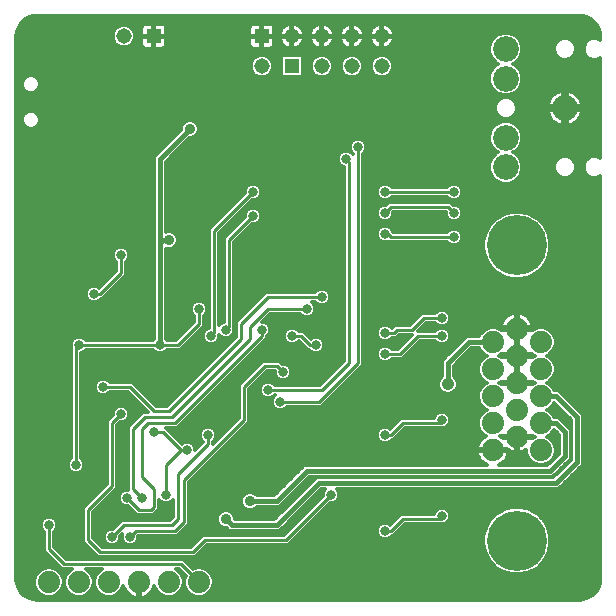
<source format=gbl>
G75*
%MOIN*%
%OFA0B0*%
%FSLAX24Y24*%
%IPPOS*%
%LPD*%
%AMOC8*
5,1,8,0,0,1.08239X$1,22.5*
%
%ADD10C,0.0740*%
%ADD11C,0.2000*%
%ADD12C,0.0860*%
%ADD13R,0.0515X0.0515*%
%ADD14C,0.0515*%
%ADD15C,0.0120*%
%ADD16C,0.0317*%
%ADD17C,0.0356*%
%ADD18C,0.0472*%
%ADD19C,0.0160*%
%ADD20C,0.0413*%
%ADD21C,0.0100*%
D10*
X001827Y000860D03*
X002827Y000860D03*
X003827Y000860D03*
X004827Y000860D03*
X005827Y000860D03*
X006827Y000860D03*
X016627Y005254D03*
X016627Y006156D03*
X017427Y006605D03*
X018227Y006156D03*
X017427Y005703D03*
X018227Y005254D03*
X018227Y007058D03*
X017427Y007506D03*
X018227Y007959D03*
X017427Y008408D03*
X018227Y008861D03*
X017427Y009310D03*
X016627Y008861D03*
X016627Y007959D03*
X016627Y007058D03*
D11*
X017427Y002239D03*
X017427Y012081D03*
D12*
X017059Y014691D03*
X017059Y015676D03*
X019027Y016660D03*
X017059Y017644D03*
X017059Y018629D03*
D13*
X009927Y018060D03*
X008927Y019060D03*
X005327Y019060D03*
D14*
X004327Y019060D03*
X008927Y018060D03*
X009927Y019060D03*
X010927Y019060D03*
X011927Y019060D03*
X012927Y019060D03*
X012927Y018060D03*
X011927Y018060D03*
X010927Y018060D03*
D15*
X001391Y000634D02*
X000828Y000634D01*
X000820Y000644D02*
X000756Y000843D01*
X000747Y000947D01*
X000747Y019058D01*
X000756Y019162D01*
X000820Y019361D01*
X000943Y019530D01*
X001112Y019652D01*
X001310Y019717D01*
X001415Y019725D01*
X019525Y019725D01*
X019629Y019717D01*
X019828Y019652D01*
X019997Y019530D01*
X020120Y019361D01*
X020184Y019162D01*
X020192Y019058D01*
X020192Y018939D01*
X020082Y018985D01*
X019941Y018985D01*
X019810Y018930D01*
X019710Y018830D01*
X019655Y018699D01*
X019655Y018558D01*
X019710Y018427D01*
X019810Y018327D01*
X019941Y018272D01*
X020082Y018272D01*
X020192Y018318D01*
X020192Y015002D01*
X020082Y015048D01*
X019941Y015048D01*
X019810Y014993D01*
X019710Y014893D01*
X019655Y014762D01*
X019655Y014621D01*
X019710Y014490D01*
X019810Y014390D01*
X019941Y014335D01*
X020082Y014335D01*
X020192Y014381D01*
X020192Y000947D01*
X020184Y000843D01*
X020120Y000644D01*
X019997Y000475D01*
X019828Y000353D01*
X019629Y000288D01*
X019525Y000280D01*
X001415Y000280D01*
X001310Y000288D01*
X001112Y000353D01*
X000943Y000475D01*
X000820Y000644D01*
X000785Y000753D02*
X001342Y000753D01*
X001337Y000763D02*
X001412Y000582D01*
X001550Y000445D01*
X001730Y000370D01*
X001925Y000370D01*
X002105Y000445D01*
X002243Y000582D01*
X002317Y000763D01*
X002317Y000957D01*
X002243Y001138D01*
X002105Y001275D01*
X001925Y001350D01*
X001730Y001350D01*
X001550Y001275D01*
X001412Y001138D01*
X001337Y000957D01*
X001337Y000763D01*
X001337Y000871D02*
X000753Y000871D01*
X000747Y000990D02*
X001351Y000990D01*
X001400Y001108D02*
X000747Y001108D01*
X000747Y001227D02*
X001501Y001227D01*
X001718Y001345D02*
X000747Y001345D01*
X000747Y001464D02*
X002083Y001464D01*
X001965Y001582D02*
X000747Y001582D01*
X000747Y001701D02*
X001846Y001701D01*
X001757Y001790D02*
X002257Y001290D01*
X002585Y001290D01*
X002550Y001275D01*
X002412Y001138D01*
X002337Y000957D01*
X002337Y000763D01*
X002412Y000582D01*
X002550Y000445D01*
X002730Y000370D01*
X002925Y000370D01*
X003105Y000445D01*
X003243Y000582D01*
X003317Y000763D01*
X003317Y000957D01*
X003243Y001138D01*
X003105Y001275D01*
X003070Y001290D01*
X003585Y001290D01*
X003550Y001275D01*
X003412Y001138D01*
X003337Y000957D01*
X003337Y000763D01*
X003412Y000582D01*
X003550Y000445D01*
X003730Y000370D01*
X003925Y000370D01*
X004105Y000445D01*
X004243Y000582D01*
X004309Y000743D01*
X004310Y000736D01*
X004336Y000657D01*
X004374Y000582D01*
X004423Y000515D01*
X004482Y000456D01*
X004550Y000407D01*
X004624Y000369D01*
X004703Y000343D01*
X004786Y000330D01*
X004787Y000330D01*
X004787Y000820D01*
X004867Y000820D01*
X004867Y000330D01*
X004869Y000330D01*
X004951Y000343D01*
X005031Y000369D01*
X005105Y000407D01*
X005173Y000456D01*
X005232Y000515D01*
X005281Y000582D01*
X005319Y000657D01*
X005344Y000736D01*
X005345Y000743D01*
X005412Y000582D01*
X005550Y000445D01*
X005730Y000370D01*
X005925Y000370D01*
X006105Y000445D01*
X006243Y000582D01*
X006317Y000763D01*
X006317Y000957D01*
X006243Y001138D01*
X006105Y001275D01*
X006070Y001290D01*
X006157Y001290D01*
X006382Y001065D01*
X006337Y000957D01*
X006337Y000763D01*
X006412Y000582D01*
X006550Y000445D01*
X006730Y000370D01*
X006925Y000370D01*
X007105Y000445D01*
X007243Y000582D01*
X007317Y000763D01*
X007317Y000957D01*
X007243Y001138D01*
X007105Y001275D01*
X006925Y001350D01*
X006730Y001350D01*
X006622Y001305D01*
X006397Y001530D01*
X006298Y001630D01*
X002398Y001630D01*
X001997Y002030D01*
X001997Y002536D01*
X002063Y002602D01*
X002106Y002705D01*
X002106Y002815D01*
X002063Y002918D01*
X001985Y002996D01*
X001883Y003038D01*
X001772Y003038D01*
X001670Y002996D01*
X001591Y002918D01*
X001549Y002815D01*
X001549Y002705D01*
X001591Y002602D01*
X001657Y002536D01*
X001657Y001890D01*
X001757Y001790D01*
X001728Y001819D02*
X000747Y001819D01*
X000747Y001938D02*
X001657Y001938D01*
X001657Y002056D02*
X000747Y002056D01*
X000747Y002175D02*
X001657Y002175D01*
X001657Y002293D02*
X000747Y002293D01*
X000747Y002412D02*
X001657Y002412D01*
X001657Y002530D02*
X000747Y002530D01*
X000747Y002649D02*
X001572Y002649D01*
X001549Y002767D02*
X000747Y002767D01*
X000747Y002886D02*
X001578Y002886D01*
X001689Y003004D02*
X000747Y003004D01*
X000747Y003123D02*
X002957Y003123D01*
X002957Y003241D02*
X000747Y003241D01*
X000747Y003360D02*
X002986Y003360D01*
X002957Y003330D02*
X002957Y002190D01*
X003357Y001790D01*
X003457Y001690D01*
X006698Y001690D01*
X007098Y002090D01*
X009798Y002090D01*
X011189Y003482D01*
X011283Y003482D01*
X011385Y003524D01*
X011463Y003602D01*
X011506Y003705D01*
X011506Y003815D01*
X011463Y003918D01*
X011421Y003960D01*
X018810Y003960D01*
X018927Y004077D01*
X019627Y004777D01*
X019627Y006443D01*
X019510Y006560D01*
X018813Y007258D01*
X018675Y007258D01*
X018643Y007335D01*
X018505Y007473D01*
X018419Y007508D01*
X018505Y007544D01*
X018643Y007682D01*
X018717Y007862D01*
X018717Y008057D01*
X018643Y008237D01*
X018505Y008375D01*
X018419Y008410D01*
X018505Y008445D01*
X018643Y008583D01*
X018717Y008763D01*
X018717Y008958D01*
X018643Y009138D01*
X018505Y009276D01*
X018325Y009351D01*
X018130Y009351D01*
X017950Y009276D01*
X017943Y009270D01*
X017467Y009270D01*
X017467Y008780D01*
X017467Y008448D01*
X017387Y008448D01*
X017387Y008368D01*
X016912Y008368D01*
X016905Y008375D01*
X016819Y008410D01*
X016905Y008445D01*
X016908Y008448D01*
X017387Y008448D01*
X017387Y009270D01*
X016912Y009270D01*
X016905Y009276D01*
X016725Y009351D01*
X016530Y009351D01*
X016350Y009276D01*
X016212Y009138D01*
X016180Y009061D01*
X015745Y009061D01*
X015628Y008944D01*
X015045Y008360D01*
X014927Y008243D01*
X014927Y007722D01*
X014850Y007645D01*
X014801Y007525D01*
X014801Y007395D01*
X014850Y007275D01*
X014942Y007183D01*
X015062Y007133D01*
X015192Y007133D01*
X015312Y007183D01*
X015404Y007275D01*
X015454Y007395D01*
X015454Y007525D01*
X015404Y007645D01*
X015327Y007722D01*
X015327Y008077D01*
X015911Y008661D01*
X016180Y008661D01*
X016212Y008583D01*
X016350Y008445D01*
X016435Y008410D01*
X016350Y008375D01*
X016212Y008237D01*
X016137Y008057D01*
X016137Y007862D01*
X016212Y007682D01*
X016350Y007544D01*
X016435Y007508D01*
X016350Y007473D01*
X016212Y007335D01*
X016137Y007155D01*
X016137Y006960D01*
X016212Y006780D01*
X016350Y006642D01*
X016435Y006607D01*
X016350Y006571D01*
X016212Y006434D01*
X016137Y006254D01*
X016137Y006059D01*
X016212Y005879D01*
X016350Y005741D01*
X016385Y005726D01*
X016350Y005708D01*
X016282Y005659D01*
X016223Y005600D01*
X016174Y005532D01*
X016136Y005458D01*
X016110Y005379D01*
X016097Y005296D01*
X016097Y005294D01*
X016587Y005294D01*
X016587Y005214D01*
X016097Y005214D01*
X016097Y005213D01*
X016110Y005130D01*
X016136Y005051D01*
X016174Y004977D01*
X016223Y004909D01*
X016282Y004850D01*
X016350Y004801D01*
X016424Y004763D01*
X016434Y004760D01*
X010345Y004760D01*
X009345Y003760D01*
X008749Y003760D01*
X008696Y003813D01*
X008587Y003858D01*
X008468Y003858D01*
X008358Y003813D01*
X008275Y003729D01*
X008229Y003619D01*
X008229Y003501D01*
X008275Y003391D01*
X008358Y003307D01*
X008468Y003262D01*
X008587Y003262D01*
X008696Y003307D01*
X008749Y003360D01*
X009510Y003360D01*
X010510Y004360D01*
X018610Y004360D01*
X018727Y004477D01*
X019227Y004977D01*
X019227Y005943D01*
X019110Y006060D01*
X018814Y006356D01*
X018675Y006356D01*
X018643Y006434D01*
X018505Y006571D01*
X018419Y006607D01*
X018505Y006642D01*
X018643Y006780D01*
X018667Y006838D01*
X019227Y006277D01*
X019227Y004943D01*
X018645Y004360D01*
X010745Y004360D01*
X010627Y004243D01*
X009345Y002960D01*
X008025Y002960D01*
X008025Y003019D01*
X007980Y003129D01*
X007896Y003213D01*
X007787Y003258D01*
X007668Y003258D01*
X007558Y003213D01*
X007475Y003129D01*
X007429Y003019D01*
X007429Y002901D01*
X007475Y002791D01*
X007558Y002707D01*
X007668Y002662D01*
X007743Y002662D01*
X007845Y002560D01*
X009510Y002560D01*
X009627Y002677D01*
X010910Y003960D01*
X011034Y003960D01*
X010991Y003918D01*
X010949Y003815D01*
X010949Y003722D01*
X009657Y002430D01*
X006957Y002430D01*
X006557Y002030D01*
X003598Y002030D01*
X003297Y002330D01*
X003297Y003190D01*
X003998Y003890D01*
X004097Y003990D01*
X004097Y006090D01*
X004189Y006182D01*
X004283Y006182D01*
X004385Y006224D01*
X004463Y006302D01*
X004506Y006405D01*
X004506Y006515D01*
X004463Y006618D01*
X004385Y006696D01*
X004283Y006738D01*
X004172Y006738D01*
X004070Y006696D01*
X003991Y006618D01*
X003949Y006515D01*
X003949Y006422D01*
X003757Y006230D01*
X003757Y004130D01*
X003057Y003430D01*
X002957Y003330D01*
X003105Y003478D02*
X000747Y003478D01*
X000747Y003597D02*
X003223Y003597D01*
X003342Y003715D02*
X000747Y003715D01*
X000747Y003834D02*
X003460Y003834D01*
X003579Y003952D02*
X000747Y003952D01*
X000747Y004071D02*
X003697Y004071D01*
X003757Y004189D02*
X000747Y004189D01*
X000747Y004308D02*
X003757Y004308D01*
X003757Y004426D02*
X000747Y004426D01*
X000747Y004545D02*
X002549Y004545D01*
X002570Y004524D02*
X002672Y004482D01*
X002783Y004482D01*
X002885Y004524D01*
X002963Y004602D01*
X003006Y004705D01*
X003006Y004815D01*
X002963Y004918D01*
X002897Y004984D01*
X002897Y008488D01*
X002985Y008524D01*
X003051Y008590D01*
X005304Y008590D01*
X005370Y008524D01*
X005472Y008482D01*
X005583Y008482D01*
X005685Y008524D01*
X005751Y008590D01*
X006198Y008590D01*
X006898Y009290D01*
X006997Y009390D01*
X006997Y009736D01*
X007063Y009802D01*
X007106Y009905D01*
X007106Y010015D01*
X007063Y010118D01*
X006985Y010196D01*
X006883Y010238D01*
X006772Y010238D01*
X006670Y010196D01*
X006591Y010118D01*
X006549Y010015D01*
X006549Y009905D01*
X006591Y009802D01*
X006657Y009736D01*
X006657Y009530D01*
X006057Y008930D01*
X005751Y008930D01*
X005727Y008954D01*
X005727Y011979D01*
X005768Y011962D01*
X005887Y011962D01*
X005996Y012007D01*
X006080Y012091D01*
X006125Y012201D01*
X006125Y012319D01*
X006080Y012429D01*
X005996Y012513D01*
X005887Y012558D01*
X005768Y012558D01*
X005727Y012541D01*
X005727Y014877D01*
X006512Y015662D01*
X006587Y015662D01*
X006696Y015707D01*
X006780Y015791D01*
X006825Y015901D01*
X006825Y016019D01*
X006780Y016129D01*
X006696Y016213D01*
X006587Y016258D01*
X006468Y016258D01*
X006358Y016213D01*
X006275Y016129D01*
X006229Y016019D01*
X006229Y015945D01*
X005327Y015043D01*
X005327Y008954D01*
X005304Y008930D01*
X003051Y008930D01*
X002985Y008996D01*
X002883Y009038D01*
X002772Y009038D01*
X002670Y008996D01*
X002591Y008918D01*
X002549Y008815D01*
X002549Y008705D01*
X002557Y008684D01*
X002557Y004984D01*
X002491Y004918D01*
X002449Y004815D01*
X002449Y004705D01*
X002491Y004602D01*
X002570Y004524D01*
X002466Y004663D02*
X000747Y004663D01*
X000747Y004782D02*
X002449Y004782D01*
X002484Y004900D02*
X000747Y004900D01*
X000747Y005019D02*
X002557Y005019D01*
X002557Y005137D02*
X000747Y005137D01*
X000747Y005256D02*
X002557Y005256D01*
X002557Y005374D02*
X000747Y005374D01*
X000747Y005493D02*
X002557Y005493D01*
X002557Y005611D02*
X000747Y005611D01*
X000747Y005730D02*
X002557Y005730D01*
X002557Y005848D02*
X000747Y005848D01*
X000747Y005967D02*
X002557Y005967D01*
X002557Y006085D02*
X000747Y006085D01*
X000747Y006204D02*
X002557Y006204D01*
X002557Y006322D02*
X000747Y006322D01*
X000747Y006441D02*
X002557Y006441D01*
X002557Y006559D02*
X000747Y006559D01*
X000747Y006678D02*
X002557Y006678D01*
X002557Y006796D02*
X000747Y006796D01*
X000747Y006915D02*
X002557Y006915D01*
X002557Y007033D02*
X000747Y007033D01*
X000747Y007152D02*
X002557Y007152D01*
X002557Y007270D02*
X000747Y007270D01*
X000747Y007389D02*
X002557Y007389D01*
X002557Y007507D02*
X000747Y007507D01*
X000747Y007626D02*
X002557Y007626D01*
X002557Y007744D02*
X000747Y007744D01*
X000747Y007863D02*
X002557Y007863D01*
X002557Y007981D02*
X000747Y007981D01*
X000747Y008100D02*
X002557Y008100D01*
X002557Y008218D02*
X000747Y008218D01*
X000747Y008337D02*
X002557Y008337D01*
X002557Y008455D02*
X000747Y008455D01*
X000747Y008574D02*
X002557Y008574D01*
X002554Y008692D02*
X000747Y008692D01*
X000747Y008811D02*
X002549Y008811D01*
X002603Y008929D02*
X000747Y008929D01*
X000747Y009048D02*
X005327Y009048D01*
X005327Y009166D02*
X000747Y009166D01*
X000747Y009285D02*
X005327Y009285D01*
X005327Y009403D02*
X000747Y009403D01*
X000747Y009522D02*
X005327Y009522D01*
X005327Y009640D02*
X000747Y009640D01*
X000747Y009759D02*
X005327Y009759D01*
X005327Y009877D02*
X000747Y009877D01*
X000747Y009996D02*
X005327Y009996D01*
X005327Y010114D02*
X000747Y010114D01*
X000747Y010233D02*
X003161Y010233D01*
X003170Y010224D02*
X003272Y010182D01*
X003383Y010182D01*
X003485Y010224D01*
X003551Y010290D01*
X003598Y010290D01*
X003697Y010390D01*
X004397Y011090D01*
X004397Y011536D01*
X005327Y011536D01*
X005327Y011418D02*
X004397Y011418D01*
X004397Y011536D02*
X004463Y011602D01*
X004506Y011705D01*
X004506Y011815D01*
X004463Y011918D01*
X004385Y011996D01*
X004283Y012038D01*
X004172Y012038D01*
X004070Y011996D01*
X003991Y011918D01*
X003949Y011815D01*
X003949Y011705D01*
X003991Y011602D01*
X004057Y011536D01*
X000747Y011536D01*
X000747Y011418D02*
X004057Y011418D01*
X004057Y011536D02*
X004057Y011230D01*
X003504Y010677D01*
X003485Y010696D01*
X003383Y010738D01*
X003272Y010738D01*
X003170Y010696D01*
X003091Y010618D01*
X003049Y010515D01*
X003049Y010405D01*
X003091Y010302D01*
X003170Y010224D01*
X003071Y010351D02*
X000747Y010351D01*
X000747Y010470D02*
X003049Y010470D01*
X003079Y010588D02*
X000747Y010588D01*
X000747Y010707D02*
X003195Y010707D01*
X003460Y010707D02*
X003533Y010707D01*
X003652Y010825D02*
X000747Y010825D01*
X000747Y010944D02*
X003770Y010944D01*
X003889Y011062D02*
X000747Y011062D01*
X000747Y011181D02*
X004007Y011181D01*
X004057Y011299D02*
X000747Y011299D01*
X000747Y011655D02*
X003970Y011655D01*
X003949Y011773D02*
X000747Y011773D01*
X000747Y011892D02*
X003980Y011892D01*
X004103Y012010D02*
X000747Y012010D01*
X000747Y012129D02*
X005327Y012129D01*
X005327Y012247D02*
X000747Y012247D01*
X000747Y012366D02*
X005327Y012366D01*
X005327Y012484D02*
X000747Y012484D01*
X000747Y012603D02*
X005327Y012603D01*
X005327Y012721D02*
X000747Y012721D01*
X000747Y012840D02*
X005327Y012840D01*
X005327Y012958D02*
X000747Y012958D01*
X000747Y013077D02*
X005327Y013077D01*
X005327Y013195D02*
X000747Y013195D01*
X000747Y013314D02*
X005327Y013314D01*
X005327Y013432D02*
X000747Y013432D01*
X000747Y013551D02*
X005327Y013551D01*
X005327Y013669D02*
X000747Y013669D01*
X000747Y013788D02*
X005327Y013788D01*
X005327Y013906D02*
X000747Y013906D01*
X000747Y014025D02*
X005327Y014025D01*
X005327Y014143D02*
X000747Y014143D01*
X000747Y014262D02*
X005327Y014262D01*
X005327Y014380D02*
X000747Y014380D01*
X000747Y014499D02*
X005327Y014499D01*
X005327Y014617D02*
X000747Y014617D01*
X000747Y014736D02*
X005327Y014736D01*
X005327Y014854D02*
X000747Y014854D01*
X000747Y014973D02*
X005327Y014973D01*
X005376Y015091D02*
X000747Y015091D01*
X000747Y015210D02*
X005494Y015210D01*
X005613Y015328D02*
X000747Y015328D01*
X000747Y015447D02*
X005731Y015447D01*
X005850Y015565D02*
X000747Y015565D01*
X000747Y015684D02*
X005968Y015684D01*
X006087Y015802D02*
X000747Y015802D01*
X000747Y015921D02*
X006205Y015921D01*
X006237Y016039D02*
X001417Y016039D01*
X001396Y016018D02*
X001479Y016101D01*
X001525Y016210D01*
X001525Y016329D01*
X001479Y016438D01*
X001396Y016521D01*
X001286Y016567D01*
X001168Y016567D01*
X001059Y016521D01*
X000975Y016438D01*
X000930Y016329D01*
X000930Y016210D01*
X000975Y016101D01*
X001059Y016018D01*
X001168Y015972D01*
X001286Y015972D01*
X001396Y016018D01*
X001503Y016158D02*
X006303Y016158D01*
X006751Y016158D02*
X016785Y016158D01*
X016747Y016142D02*
X016593Y015987D01*
X016509Y015785D01*
X016509Y015566D01*
X016593Y015364D01*
X016747Y015209D01*
X016810Y015184D01*
X016747Y015158D01*
X016593Y015003D01*
X016509Y014801D01*
X016509Y014582D01*
X016593Y014380D01*
X016747Y014225D01*
X016949Y014141D01*
X017168Y014141D01*
X017370Y014225D01*
X017525Y014380D01*
X017609Y014582D01*
X017609Y014801D01*
X017525Y015003D01*
X017370Y015158D01*
X017308Y015184D01*
X017370Y015209D01*
X017525Y015364D01*
X017609Y015566D01*
X017609Y015785D01*
X017525Y015987D01*
X017370Y016142D01*
X017168Y016226D01*
X016949Y016226D01*
X016747Y016142D01*
X016644Y016039D02*
X006817Y016039D01*
X006825Y015921D02*
X016565Y015921D01*
X016516Y015802D02*
X006785Y015802D01*
X006639Y015684D02*
X016509Y015684D01*
X016509Y015565D02*
X012316Y015565D01*
X012285Y015596D02*
X012183Y015638D01*
X012072Y015638D01*
X011970Y015596D01*
X011891Y015518D01*
X011849Y015415D01*
X011849Y015305D01*
X011891Y015202D01*
X011957Y015136D01*
X011957Y015124D01*
X011885Y015196D01*
X011783Y015238D01*
X011672Y015238D01*
X011570Y015196D01*
X011491Y015118D01*
X011449Y015015D01*
X011449Y014905D01*
X011491Y014802D01*
X011570Y014724D01*
X011657Y014688D01*
X011657Y008230D01*
X010857Y007430D01*
X009351Y007430D01*
X009285Y007496D01*
X009183Y007538D01*
X009072Y007538D01*
X008970Y007496D01*
X008891Y007418D01*
X008849Y007315D01*
X008849Y007205D01*
X008891Y007102D01*
X008970Y007024D01*
X009072Y006982D01*
X009183Y006982D01*
X009285Y007024D01*
X009351Y007090D01*
X009364Y007090D01*
X009291Y007018D01*
X009249Y006915D01*
X009249Y006805D01*
X009291Y006702D01*
X009370Y006624D01*
X009472Y006582D01*
X009583Y006582D01*
X009685Y006624D01*
X009751Y006690D01*
X010898Y006690D01*
X012198Y007990D01*
X012297Y008090D01*
X012297Y015136D01*
X012363Y015202D01*
X012406Y015305D01*
X012406Y015415D01*
X012363Y015518D01*
X012285Y015596D01*
X012393Y015447D02*
X016558Y015447D01*
X016629Y015328D02*
X012406Y015328D01*
X012366Y015210D02*
X016747Y015210D01*
X016681Y015091D02*
X012297Y015091D01*
X012297Y014973D02*
X016580Y014973D01*
X016531Y014854D02*
X012297Y014854D01*
X012297Y014736D02*
X016509Y014736D01*
X016509Y014617D02*
X012297Y014617D01*
X012297Y014499D02*
X016543Y014499D01*
X016593Y014380D02*
X012297Y014380D01*
X012297Y014262D02*
X016711Y014262D01*
X016946Y014143D02*
X012297Y014143D01*
X012297Y014025D02*
X012798Y014025D01*
X012791Y014018D02*
X012749Y013915D01*
X012749Y013805D01*
X012791Y013702D01*
X012870Y013624D01*
X012972Y013582D01*
X013083Y013582D01*
X013185Y013624D01*
X013251Y013690D01*
X015104Y013690D01*
X015170Y013624D01*
X015272Y013582D01*
X015383Y013582D01*
X015485Y013624D01*
X015563Y013702D01*
X015606Y013805D01*
X015606Y013915D01*
X015563Y014018D01*
X015485Y014096D01*
X015383Y014138D01*
X015272Y014138D01*
X015170Y014096D01*
X015104Y014030D01*
X013251Y014030D01*
X013185Y014096D01*
X013083Y014138D01*
X012972Y014138D01*
X012870Y014096D01*
X012791Y014018D01*
X012749Y013906D02*
X012297Y013906D01*
X012297Y013788D02*
X012756Y013788D01*
X012825Y013669D02*
X012297Y013669D01*
X012297Y013551D02*
X020192Y013551D01*
X020192Y013669D02*
X015530Y013669D01*
X015599Y013788D02*
X020192Y013788D01*
X020192Y013906D02*
X015606Y013906D01*
X015557Y014025D02*
X020192Y014025D01*
X020192Y014143D02*
X017172Y014143D01*
X017407Y014262D02*
X020192Y014262D01*
X020191Y014380D02*
X020192Y014380D01*
X019833Y014380D02*
X019206Y014380D01*
X019229Y014390D02*
X019329Y014490D01*
X019384Y014621D01*
X019384Y014762D01*
X019329Y014893D01*
X019229Y014993D01*
X019098Y015048D01*
X018957Y015048D01*
X018826Y014993D01*
X018725Y014893D01*
X018671Y014762D01*
X018671Y014621D01*
X018725Y014490D01*
X018826Y014390D01*
X018957Y014335D01*
X019098Y014335D01*
X019229Y014390D01*
X019333Y014499D02*
X019706Y014499D01*
X019657Y014617D02*
X019382Y014617D01*
X019384Y014736D02*
X019655Y014736D01*
X019693Y014854D02*
X019346Y014854D01*
X019250Y014973D02*
X019789Y014973D01*
X020192Y015091D02*
X017437Y015091D01*
X017370Y015210D02*
X020192Y015210D01*
X020192Y015328D02*
X017489Y015328D01*
X017559Y015447D02*
X020192Y015447D01*
X020192Y015565D02*
X017608Y015565D01*
X017609Y015684D02*
X020192Y015684D01*
X020192Y015802D02*
X017602Y015802D01*
X017553Y015921D02*
X020192Y015921D01*
X020192Y016039D02*
X017473Y016039D01*
X017333Y016158D02*
X018715Y016158D01*
X018718Y016155D02*
X018801Y016113D01*
X018889Y016085D01*
X018967Y016072D01*
X018967Y016600D01*
X018440Y016600D01*
X018452Y016522D01*
X018481Y016434D01*
X018523Y016351D01*
X018577Y016276D01*
X001525Y016276D01*
X001497Y016395D02*
X016821Y016395D01*
X016857Y016358D02*
X016988Y016304D01*
X017130Y016304D01*
X017261Y016358D01*
X017361Y016458D01*
X017415Y016589D01*
X017415Y016731D01*
X017361Y016862D01*
X017261Y016962D01*
X017130Y017016D01*
X016988Y017016D01*
X016857Y016962D01*
X016757Y016862D01*
X016703Y016731D01*
X016703Y016589D01*
X016757Y016458D01*
X016857Y016358D01*
X016734Y016513D02*
X001404Y016513D01*
X001051Y016513D02*
X000747Y016513D01*
X000747Y016395D02*
X000958Y016395D01*
X000930Y016276D02*
X000747Y016276D01*
X000747Y016158D02*
X000952Y016158D01*
X001038Y016039D02*
X000747Y016039D01*
X000747Y016632D02*
X016703Y016632D01*
X016711Y016750D02*
X000747Y016750D01*
X000747Y016869D02*
X016764Y016869D01*
X016918Y016987D02*
X000747Y016987D01*
X000747Y017106D02*
X016922Y017106D01*
X016949Y017094D02*
X017168Y017094D01*
X017370Y017178D01*
X017525Y017333D01*
X017609Y017535D01*
X017609Y017754D01*
X017525Y017956D01*
X017370Y018111D01*
X017308Y018136D01*
X017370Y018162D01*
X017525Y018317D01*
X017609Y018519D01*
X017609Y018738D01*
X017525Y018940D01*
X017370Y019095D01*
X017168Y019179D01*
X016949Y019179D01*
X016747Y019095D01*
X016593Y018940D01*
X016509Y018738D01*
X016509Y018519D01*
X016593Y018317D01*
X016747Y018162D01*
X016810Y018136D01*
X016747Y018111D01*
X016593Y017956D01*
X016509Y017754D01*
X016509Y017535D01*
X016593Y017333D01*
X016747Y017178D01*
X016949Y017094D01*
X017195Y017106D02*
X018639Y017106D01*
X018643Y017110D02*
X018577Y017044D01*
X018523Y016969D01*
X018481Y016886D01*
X018452Y016798D01*
X018440Y016720D01*
X018967Y016720D01*
X018967Y016600D01*
X019087Y016600D01*
X019087Y016072D01*
X019166Y016085D01*
X019254Y016113D01*
X019337Y016155D01*
X019412Y016210D01*
X019477Y016276D01*
X019532Y016351D01*
X019574Y016434D01*
X019603Y016522D01*
X019615Y016600D01*
X019087Y016600D01*
X019087Y016720D01*
X018967Y016720D01*
X018967Y017248D01*
X018889Y017235D01*
X018801Y017207D01*
X018718Y017165D01*
X018643Y017110D01*
X018536Y016987D02*
X017200Y016987D01*
X017354Y016869D02*
X018475Y016869D01*
X018444Y016750D02*
X017407Y016750D01*
X017415Y016632D02*
X018967Y016632D01*
X018967Y016750D02*
X019087Y016750D01*
X019087Y016720D02*
X019087Y017248D01*
X019166Y017235D01*
X019254Y017207D01*
X019337Y017165D01*
X019412Y017110D01*
X019477Y017044D01*
X019532Y016969D01*
X019574Y016886D01*
X019603Y016798D01*
X019615Y016720D01*
X019087Y016720D01*
X019087Y016632D02*
X020192Y016632D01*
X020192Y016750D02*
X019610Y016750D01*
X019580Y016869D02*
X020192Y016869D01*
X020192Y016987D02*
X019519Y016987D01*
X019416Y017106D02*
X020192Y017106D01*
X020192Y017224D02*
X019201Y017224D01*
X019087Y017224D02*
X018967Y017224D01*
X018854Y017224D02*
X017416Y017224D01*
X017529Y017343D02*
X020192Y017343D01*
X020192Y017461D02*
X017578Y017461D01*
X017609Y017580D02*
X020192Y017580D01*
X020192Y017698D02*
X017609Y017698D01*
X017583Y017817D02*
X020192Y017817D01*
X020192Y017935D02*
X017534Y017935D01*
X017427Y018054D02*
X020192Y018054D01*
X020192Y018172D02*
X017380Y018172D01*
X017499Y018291D02*
X018912Y018291D01*
X018957Y018272D02*
X019098Y018272D01*
X019229Y018327D01*
X019329Y018427D01*
X019384Y018558D01*
X019384Y018699D01*
X019329Y018830D01*
X019229Y018930D01*
X019098Y018985D01*
X018957Y018985D01*
X018826Y018930D01*
X018725Y018830D01*
X018671Y018699D01*
X018671Y018558D01*
X018725Y018427D01*
X018826Y018327D01*
X018957Y018272D01*
X019142Y018291D02*
X019897Y018291D01*
X019727Y018409D02*
X019312Y018409D01*
X019371Y018528D02*
X019668Y018528D01*
X019655Y018646D02*
X019384Y018646D01*
X019357Y018765D02*
X019682Y018765D01*
X019762Y018883D02*
X019277Y018883D01*
X018778Y018883D02*
X017549Y018883D01*
X017598Y018765D02*
X018698Y018765D01*
X018671Y018646D02*
X017609Y018646D01*
X017609Y018528D02*
X018684Y018528D01*
X018743Y018409D02*
X017563Y018409D01*
X017464Y019002D02*
X020192Y019002D01*
X020187Y019120D02*
X017309Y019120D01*
X016808Y019120D02*
X013341Y019120D01*
X013345Y019093D02*
X013335Y019158D01*
X013314Y019220D01*
X013284Y019279D01*
X013246Y019332D01*
X013199Y019378D01*
X013146Y019417D01*
X013088Y019447D01*
X013025Y019467D01*
X012960Y019477D01*
X012946Y019477D01*
X012946Y019079D01*
X012909Y019079D01*
X012909Y019477D01*
X012895Y019477D01*
X012830Y019467D01*
X012767Y019447D01*
X012709Y019417D01*
X012655Y019378D01*
X012609Y019332D01*
X012570Y019279D01*
X012540Y019220D01*
X012520Y019158D01*
X012510Y019093D01*
X012510Y019079D01*
X012909Y019079D01*
X012909Y019041D01*
X012946Y019041D01*
X012946Y018643D01*
X012960Y018643D01*
X013025Y018653D01*
X013088Y018673D01*
X013146Y018703D01*
X013199Y018742D01*
X013246Y018788D01*
X013284Y018841D01*
X013314Y018900D01*
X013335Y018962D01*
X013345Y019027D01*
X013345Y019041D01*
X012946Y019041D01*
X012946Y019079D01*
X013345Y019079D01*
X013345Y019093D01*
X013341Y019002D02*
X016654Y019002D01*
X016569Y018883D02*
X013306Y018883D01*
X013222Y018765D02*
X016520Y018765D01*
X016509Y018646D02*
X012982Y018646D01*
X012946Y018646D02*
X012909Y018646D01*
X012909Y018643D02*
X012909Y019041D01*
X012510Y019041D01*
X012510Y019027D01*
X012520Y018962D01*
X012540Y018900D01*
X012570Y018841D01*
X012609Y018788D01*
X012655Y018742D01*
X012709Y018703D01*
X012767Y018673D01*
X012830Y018653D01*
X012895Y018643D01*
X012909Y018643D01*
X012872Y018646D02*
X011982Y018646D01*
X011960Y018643D02*
X012025Y018653D01*
X012088Y018673D01*
X012146Y018703D01*
X012199Y018742D01*
X012246Y018788D01*
X012284Y018841D01*
X012314Y018900D01*
X012335Y018962D01*
X012345Y019027D01*
X012345Y019041D01*
X011946Y019041D01*
X011946Y018643D01*
X011960Y018643D01*
X011946Y018646D02*
X011909Y018646D01*
X011909Y018643D02*
X011909Y019041D01*
X011946Y019041D01*
X011946Y019079D01*
X011909Y019079D01*
X011909Y019477D01*
X011895Y019477D01*
X011830Y019467D01*
X011767Y019447D01*
X011709Y019417D01*
X011655Y019378D01*
X011609Y019332D01*
X011570Y019279D01*
X011540Y019220D01*
X011520Y019158D01*
X011510Y019093D01*
X011510Y019079D01*
X011909Y019079D01*
X011909Y019041D01*
X011510Y019041D01*
X011510Y019027D01*
X011520Y018962D01*
X011540Y018900D01*
X011570Y018841D01*
X011609Y018788D01*
X011655Y018742D01*
X011709Y018703D01*
X011767Y018673D01*
X011830Y018653D01*
X011895Y018643D01*
X011909Y018643D01*
X011872Y018646D02*
X010982Y018646D01*
X010960Y018643D02*
X011025Y018653D01*
X011088Y018673D01*
X011146Y018703D01*
X011199Y018742D01*
X011246Y018788D01*
X011284Y018841D01*
X011314Y018900D01*
X011335Y018962D01*
X011345Y019027D01*
X011345Y019041D01*
X010946Y019041D01*
X010946Y018643D01*
X010960Y018643D01*
X010946Y018646D02*
X010909Y018646D01*
X010909Y018643D02*
X010909Y019041D01*
X010946Y019041D01*
X010946Y019079D01*
X010909Y019079D01*
X010909Y019477D01*
X010895Y019477D01*
X010830Y019467D01*
X010767Y019447D01*
X010709Y019417D01*
X010655Y019378D01*
X010609Y019332D01*
X010570Y019279D01*
X010540Y019220D01*
X010520Y019158D01*
X010510Y019093D01*
X010510Y019079D01*
X010909Y019079D01*
X010909Y019041D01*
X010510Y019041D01*
X010510Y019027D01*
X010520Y018962D01*
X010540Y018900D01*
X010570Y018841D01*
X010609Y018788D01*
X010655Y018742D01*
X010709Y018703D01*
X010767Y018673D01*
X010830Y018653D01*
X010895Y018643D01*
X010909Y018643D01*
X010872Y018646D02*
X009982Y018646D01*
X009960Y018643D02*
X010025Y018653D01*
X010088Y018673D01*
X010146Y018703D01*
X010199Y018742D01*
X010246Y018788D01*
X010284Y018841D01*
X010314Y018900D01*
X010335Y018962D01*
X010345Y019027D01*
X010345Y019041D01*
X009946Y019041D01*
X009946Y018643D01*
X009960Y018643D01*
X009946Y018646D02*
X009909Y018646D01*
X009909Y018643D02*
X009909Y019041D01*
X009946Y019041D01*
X009946Y019079D01*
X009909Y019079D01*
X009909Y019477D01*
X009895Y019477D01*
X009830Y019467D01*
X009767Y019447D01*
X009709Y019417D01*
X009655Y019378D01*
X009609Y019332D01*
X009570Y019279D01*
X009540Y019220D01*
X009520Y019158D01*
X009510Y019093D01*
X009510Y019079D01*
X009909Y019079D01*
X009909Y019041D01*
X009510Y019041D01*
X009510Y019027D01*
X009520Y018962D01*
X009540Y018900D01*
X009570Y018841D01*
X009609Y018788D01*
X009655Y018742D01*
X009709Y018703D01*
X009767Y018673D01*
X009830Y018653D01*
X009895Y018643D01*
X009909Y018643D01*
X009872Y018646D02*
X009219Y018646D01*
X009206Y018643D02*
X009247Y018653D01*
X009283Y018674D01*
X009313Y018704D01*
X009334Y018741D01*
X009345Y018781D01*
X009345Y019041D01*
X008946Y019041D01*
X008946Y018643D01*
X009206Y018643D01*
X009340Y018765D02*
X009632Y018765D01*
X009549Y018883D02*
X009345Y018883D01*
X009345Y019002D02*
X009514Y019002D01*
X009514Y019120D02*
X009345Y019120D01*
X009345Y019079D02*
X009345Y019339D01*
X009334Y019379D01*
X009313Y019416D01*
X009283Y019446D01*
X009247Y019467D01*
X009206Y019477D01*
X008946Y019477D01*
X008946Y019079D01*
X008909Y019079D01*
X008909Y019477D01*
X008649Y019477D01*
X008608Y019467D01*
X008572Y019446D01*
X008542Y019416D01*
X008521Y019379D01*
X008510Y019339D01*
X008510Y019079D01*
X008909Y019079D01*
X008909Y019041D01*
X008946Y019041D01*
X008946Y019079D01*
X009345Y019079D01*
X009345Y019239D02*
X009550Y019239D01*
X009634Y019357D02*
X009340Y019357D01*
X009213Y019476D02*
X009882Y019476D01*
X009909Y019476D02*
X009946Y019476D01*
X009946Y019477D02*
X009960Y019477D01*
X010025Y019467D01*
X010088Y019447D01*
X010146Y019417D01*
X010199Y019378D01*
X010246Y019332D01*
X010284Y019279D01*
X010314Y019220D01*
X010335Y019158D01*
X010345Y019093D01*
X010345Y019079D01*
X009946Y019079D01*
X009946Y019477D01*
X009972Y019476D02*
X010882Y019476D01*
X010909Y019476D02*
X010946Y019476D01*
X010946Y019477D02*
X010960Y019477D01*
X011025Y019467D01*
X011088Y019447D01*
X011146Y019417D01*
X011199Y019378D01*
X011246Y019332D01*
X011284Y019279D01*
X011314Y019220D01*
X011335Y019158D01*
X011345Y019093D01*
X011345Y019079D01*
X010946Y019079D01*
X010946Y019477D01*
X010972Y019476D02*
X011882Y019476D01*
X011909Y019476D02*
X011946Y019476D01*
X011946Y019477D02*
X011960Y019477D01*
X012025Y019467D01*
X012088Y019447D01*
X012146Y019417D01*
X012199Y019378D01*
X012246Y019332D01*
X012284Y019279D01*
X012314Y019220D01*
X012335Y019158D01*
X012345Y019093D01*
X012345Y019079D01*
X011946Y019079D01*
X011946Y019477D01*
X011972Y019476D02*
X012882Y019476D01*
X012909Y019476D02*
X012946Y019476D01*
X012972Y019476D02*
X020036Y019476D01*
X020121Y019357D02*
X013221Y019357D01*
X013305Y019239D02*
X020159Y019239D01*
X019908Y019594D02*
X001032Y019594D01*
X000904Y019476D02*
X005042Y019476D01*
X005049Y019477D02*
X005008Y019467D01*
X004972Y019446D01*
X004942Y019416D01*
X004921Y019379D01*
X004910Y019339D01*
X004910Y019079D01*
X005309Y019079D01*
X005309Y019477D01*
X005049Y019477D01*
X004915Y019357D02*
X004564Y019357D01*
X004541Y019380D02*
X004402Y019437D01*
X004252Y019437D01*
X004114Y019380D01*
X004007Y019274D01*
X003950Y019135D01*
X003950Y018985D01*
X004007Y018846D01*
X004114Y018740D01*
X004252Y018683D01*
X004402Y018683D01*
X004541Y018740D01*
X004647Y018846D01*
X004705Y018985D01*
X004705Y019135D01*
X004647Y019274D01*
X004541Y019380D01*
X004662Y019239D02*
X004910Y019239D01*
X004910Y019120D02*
X004705Y019120D01*
X004705Y019002D02*
X004910Y019002D01*
X004910Y019041D02*
X004910Y018781D01*
X004921Y018741D01*
X004942Y018704D01*
X004972Y018674D01*
X005008Y018653D01*
X005049Y018643D01*
X005309Y018643D01*
X005309Y019041D01*
X005346Y019041D01*
X005346Y018643D01*
X005606Y018643D01*
X005647Y018653D01*
X005683Y018674D01*
X005713Y018704D01*
X005734Y018741D01*
X005745Y018781D01*
X005745Y019041D01*
X005346Y019041D01*
X005346Y019079D01*
X005309Y019079D01*
X005309Y019041D01*
X004910Y019041D01*
X004910Y018883D02*
X004663Y018883D01*
X004566Y018765D02*
X004914Y018765D01*
X005036Y018646D02*
X000747Y018646D01*
X000747Y018528D02*
X016509Y018528D01*
X016554Y018409D02*
X013071Y018409D01*
X013002Y018437D02*
X012852Y018437D01*
X012714Y018380D01*
X012607Y018274D01*
X012550Y018135D01*
X012550Y017985D01*
X012607Y017846D01*
X012714Y017740D01*
X012852Y017683D01*
X013002Y017683D01*
X013141Y017740D01*
X013247Y017846D01*
X013305Y017985D01*
X013305Y018135D01*
X013247Y018274D01*
X013141Y018380D01*
X013002Y018437D01*
X012784Y018409D02*
X012071Y018409D01*
X012002Y018437D02*
X012141Y018380D01*
X012247Y018274D01*
X012305Y018135D01*
X012305Y017985D01*
X012247Y017846D01*
X012141Y017740D01*
X012002Y017683D01*
X011852Y017683D01*
X011714Y017740D01*
X011607Y017846D01*
X011550Y017985D01*
X011550Y018135D01*
X011607Y018274D01*
X011714Y018380D01*
X011852Y018437D01*
X012002Y018437D01*
X011784Y018409D02*
X011071Y018409D01*
X011002Y018437D02*
X011141Y018380D01*
X011247Y018274D01*
X011305Y018135D01*
X011305Y017985D01*
X011247Y017846D01*
X011141Y017740D01*
X011002Y017683D01*
X010852Y017683D01*
X010714Y017740D01*
X010607Y017846D01*
X010550Y017985D01*
X010550Y018135D01*
X010607Y018274D01*
X010714Y018380D01*
X010852Y018437D01*
X011002Y018437D01*
X010784Y018409D02*
X010263Y018409D01*
X010235Y018437D02*
X009620Y018437D01*
X009550Y018367D01*
X009550Y017753D01*
X009620Y017683D01*
X010235Y017683D01*
X010305Y017753D01*
X010305Y018367D01*
X010235Y018437D01*
X010305Y018291D02*
X010624Y018291D01*
X010565Y018172D02*
X010305Y018172D01*
X010305Y018054D02*
X010550Y018054D01*
X010571Y017935D02*
X010305Y017935D01*
X010305Y017817D02*
X010637Y017817D01*
X010815Y017698D02*
X010250Y017698D01*
X009605Y017698D02*
X009040Y017698D01*
X009002Y017683D02*
X009141Y017740D01*
X009247Y017846D01*
X009305Y017985D01*
X009305Y018135D01*
X009247Y018274D01*
X009141Y018380D01*
X009002Y018437D01*
X008852Y018437D01*
X008714Y018380D01*
X008607Y018274D01*
X008550Y018135D01*
X008550Y017985D01*
X008607Y017846D01*
X008714Y017740D01*
X008852Y017683D01*
X009002Y017683D01*
X008815Y017698D02*
X001400Y017698D01*
X001396Y017702D02*
X001286Y017748D01*
X001168Y017748D01*
X001059Y017702D01*
X000975Y017619D01*
X000930Y017510D01*
X000930Y017391D01*
X000975Y017282D01*
X001059Y017199D01*
X001168Y017153D01*
X001286Y017153D01*
X001396Y017199D01*
X001479Y017282D01*
X001525Y017391D01*
X001525Y017510D01*
X001479Y017619D01*
X001396Y017702D01*
X001496Y017580D02*
X016509Y017580D01*
X016509Y017698D02*
X013040Y017698D01*
X013218Y017817D02*
X016535Y017817D01*
X016584Y017935D02*
X013284Y017935D01*
X013305Y018054D02*
X016690Y018054D01*
X016738Y018172D02*
X013290Y018172D01*
X013231Y018291D02*
X016619Y018291D01*
X016539Y017461D02*
X001525Y017461D01*
X001504Y017343D02*
X016589Y017343D01*
X016701Y017224D02*
X001421Y017224D01*
X001034Y017224D02*
X000747Y017224D01*
X000747Y017343D02*
X000950Y017343D01*
X000930Y017461D02*
X000747Y017461D01*
X000747Y017580D02*
X000959Y017580D01*
X001055Y017698D02*
X000747Y017698D01*
X000747Y017817D02*
X008637Y017817D01*
X008571Y017935D02*
X000747Y017935D01*
X000747Y018054D02*
X008550Y018054D01*
X008565Y018172D02*
X000747Y018172D01*
X000747Y018291D02*
X008624Y018291D01*
X008784Y018409D02*
X000747Y018409D01*
X000747Y018765D02*
X004089Y018765D01*
X003992Y018883D02*
X000747Y018883D01*
X000747Y019002D02*
X003950Y019002D01*
X003950Y019120D02*
X000752Y019120D01*
X000780Y019239D02*
X003993Y019239D01*
X004091Y019357D02*
X000819Y019357D01*
X001297Y019713D02*
X019643Y019713D01*
X020127Y018291D02*
X020192Y018291D01*
X019087Y017106D02*
X018967Y017106D01*
X018967Y016987D02*
X019087Y016987D01*
X019087Y016869D02*
X018967Y016869D01*
X018967Y016513D02*
X019087Y016513D01*
X019087Y016395D02*
X018967Y016395D01*
X018967Y016276D02*
X019087Y016276D01*
X019087Y016158D02*
X018967Y016158D01*
X018718Y016155D02*
X018643Y016210D01*
X018577Y016276D01*
X018500Y016395D02*
X017297Y016395D01*
X017384Y016513D02*
X018455Y016513D01*
X019340Y016158D02*
X020192Y016158D01*
X020192Y016276D02*
X019478Y016276D01*
X019554Y016395D02*
X020192Y016395D01*
X020192Y016513D02*
X019600Y016513D01*
X018805Y014973D02*
X017538Y014973D01*
X017587Y014854D02*
X018709Y014854D01*
X018671Y014736D02*
X017609Y014736D01*
X017609Y014617D02*
X018673Y014617D01*
X018722Y014499D02*
X017574Y014499D01*
X017525Y014380D02*
X018848Y014380D01*
X018115Y012977D02*
X017860Y013125D01*
X017575Y013201D01*
X017280Y013201D01*
X016995Y013125D01*
X016740Y012977D01*
X016531Y012769D01*
X016384Y012514D01*
X016307Y012229D01*
X016307Y011934D01*
X016384Y011649D01*
X016531Y011394D01*
X016740Y011185D01*
X016995Y011038D01*
X017280Y010961D01*
X017575Y010961D01*
X017860Y011038D01*
X018115Y011185D01*
X018324Y011394D01*
X018471Y011649D01*
X018547Y011934D01*
X018547Y012229D01*
X018471Y012514D01*
X018324Y012769D01*
X018115Y012977D01*
X018135Y012958D02*
X020192Y012958D01*
X020192Y012840D02*
X018253Y012840D01*
X018351Y012721D02*
X020192Y012721D01*
X020192Y012603D02*
X018420Y012603D01*
X018479Y012484D02*
X020192Y012484D01*
X020192Y012366D02*
X018511Y012366D01*
X018542Y012247D02*
X020192Y012247D01*
X020192Y012129D02*
X018547Y012129D01*
X018547Y012010D02*
X020192Y012010D01*
X020192Y011892D02*
X018536Y011892D01*
X018504Y011773D02*
X020192Y011773D01*
X020192Y011655D02*
X018473Y011655D01*
X018406Y011536D02*
X020192Y011536D01*
X020192Y011418D02*
X018337Y011418D01*
X018229Y011299D02*
X020192Y011299D01*
X020192Y011181D02*
X018107Y011181D01*
X017902Y011062D02*
X020192Y011062D01*
X020192Y010944D02*
X012297Y010944D01*
X012297Y011062D02*
X016953Y011062D01*
X016747Y011181D02*
X012297Y011181D01*
X012297Y011299D02*
X016626Y011299D01*
X016517Y011418D02*
X012297Y011418D01*
X012297Y011536D02*
X016449Y011536D01*
X016382Y011655D02*
X012297Y011655D01*
X012297Y011773D02*
X016350Y011773D01*
X016319Y011892D02*
X012297Y011892D01*
X012297Y012010D02*
X016307Y012010D01*
X016307Y012129D02*
X015490Y012129D01*
X015485Y012124D02*
X015563Y012202D01*
X015606Y012305D01*
X015606Y012415D01*
X015563Y012518D01*
X015485Y012596D01*
X015383Y012638D01*
X015272Y012638D01*
X015170Y012596D01*
X015104Y012530D01*
X013300Y012530D01*
X013263Y012618D01*
X013185Y012696D01*
X013083Y012738D01*
X012972Y012738D01*
X012870Y012696D01*
X012791Y012618D01*
X012749Y012515D01*
X012749Y012405D01*
X012791Y012302D01*
X012870Y012224D01*
X012972Y012182D01*
X013083Y012182D01*
X013141Y012206D01*
X013157Y012190D01*
X015104Y012190D01*
X015170Y012124D01*
X015272Y012082D01*
X015383Y012082D01*
X015485Y012124D01*
X015582Y012247D02*
X016312Y012247D01*
X016344Y012366D02*
X015606Y012366D01*
X015577Y012484D02*
X016376Y012484D01*
X016435Y012603D02*
X015469Y012603D01*
X015185Y012603D02*
X013270Y012603D01*
X013125Y012721D02*
X016503Y012721D01*
X016602Y012840D02*
X012297Y012840D01*
X012297Y012958D02*
X012836Y012958D01*
X012870Y012924D02*
X012972Y012882D01*
X013083Y012882D01*
X013185Y012924D01*
X013263Y013002D01*
X013306Y013105D01*
X013306Y013190D01*
X015049Y013190D01*
X015049Y013105D01*
X015091Y013002D01*
X015170Y012924D01*
X015272Y012882D01*
X015383Y012882D01*
X015485Y012924D01*
X015563Y013002D01*
X015606Y013105D01*
X015606Y013215D01*
X015563Y013318D01*
X015485Y013396D01*
X015383Y013438D01*
X015289Y013438D01*
X015198Y013530D01*
X013157Y013530D01*
X013065Y013438D01*
X012972Y013438D01*
X012870Y013396D01*
X012791Y013318D01*
X012749Y013215D01*
X012749Y013105D01*
X012791Y013002D01*
X012870Y012924D01*
X012761Y013077D02*
X012297Y013077D01*
X012297Y013195D02*
X012749Y013195D01*
X012790Y013314D02*
X012297Y013314D01*
X012297Y013432D02*
X012957Y013432D01*
X013230Y013669D02*
X015125Y013669D01*
X015398Y013432D02*
X020192Y013432D01*
X020192Y013314D02*
X015565Y013314D01*
X015606Y013195D02*
X017257Y013195D01*
X017598Y013195D02*
X020192Y013195D01*
X020192Y013077D02*
X017944Y013077D01*
X016911Y013077D02*
X015594Y013077D01*
X015519Y012958D02*
X016720Y012958D01*
X015136Y012958D02*
X013219Y012958D01*
X013294Y013077D02*
X015061Y013077D01*
X015165Y012129D02*
X012297Y012129D01*
X012297Y012247D02*
X012847Y012247D01*
X012765Y012366D02*
X012297Y012366D01*
X012297Y012484D02*
X012749Y012484D01*
X012785Y012603D02*
X012297Y012603D01*
X012297Y012721D02*
X012930Y012721D01*
X011657Y012721D02*
X008529Y012721D01*
X008589Y012782D02*
X008683Y012782D01*
X008785Y012824D01*
X008863Y012902D01*
X008906Y013005D01*
X008906Y013115D01*
X008863Y013218D01*
X008785Y013296D01*
X008683Y013338D01*
X008572Y013338D01*
X008470Y013296D01*
X008391Y013218D01*
X008349Y013115D01*
X008349Y013022D01*
X007757Y012430D01*
X007657Y012330D01*
X007657Y009532D01*
X007570Y009496D01*
X007497Y009424D01*
X007497Y012490D01*
X008589Y013582D01*
X008683Y013582D01*
X008785Y013624D01*
X008863Y013702D01*
X008906Y013805D01*
X008906Y013915D01*
X008863Y014018D01*
X008785Y014096D01*
X008683Y014138D01*
X008572Y014138D01*
X008470Y014096D01*
X008391Y014018D01*
X008349Y013915D01*
X008349Y013822D01*
X007257Y012730D01*
X007157Y012630D01*
X007157Y009332D01*
X007070Y009296D01*
X006991Y009218D01*
X006949Y009115D01*
X006949Y009005D01*
X006991Y008902D01*
X007070Y008824D01*
X007172Y008782D01*
X007283Y008782D01*
X007385Y008824D01*
X007463Y008902D01*
X007506Y009005D01*
X007506Y009088D01*
X007570Y009024D01*
X007672Y008982D01*
X007783Y008982D01*
X007885Y009024D01*
X007963Y009102D01*
X008006Y009205D01*
X008006Y009315D01*
X007997Y009336D01*
X007997Y012190D01*
X008589Y012782D01*
X008801Y012840D02*
X011657Y012840D01*
X011657Y012958D02*
X008886Y012958D01*
X008906Y013077D02*
X011657Y013077D01*
X011657Y013195D02*
X008873Y013195D01*
X008743Y013314D02*
X011657Y013314D01*
X011657Y013432D02*
X008440Y013432D01*
X008512Y013314D02*
X008321Y013314D01*
X008382Y013195D02*
X008203Y013195D01*
X008084Y013077D02*
X008349Y013077D01*
X008285Y012958D02*
X007966Y012958D01*
X007847Y012840D02*
X008166Y012840D01*
X008048Y012721D02*
X007729Y012721D01*
X007610Y012603D02*
X007929Y012603D01*
X007811Y012484D02*
X007497Y012484D01*
X007497Y012366D02*
X007692Y012366D01*
X007657Y012247D02*
X007497Y012247D01*
X007497Y012129D02*
X007657Y012129D01*
X007657Y012010D02*
X007497Y012010D01*
X007497Y011892D02*
X007657Y011892D01*
X007657Y011773D02*
X007497Y011773D01*
X007497Y011655D02*
X007657Y011655D01*
X007657Y011536D02*
X007497Y011536D01*
X007497Y011418D02*
X007657Y011418D01*
X007657Y011299D02*
X007497Y011299D01*
X007497Y011181D02*
X007657Y011181D01*
X007657Y011062D02*
X007497Y011062D01*
X007497Y010944D02*
X007657Y010944D01*
X007657Y010825D02*
X007497Y010825D01*
X007497Y010707D02*
X007657Y010707D01*
X007657Y010588D02*
X007497Y010588D01*
X007497Y010470D02*
X007657Y010470D01*
X007657Y010351D02*
X007497Y010351D01*
X007497Y010233D02*
X007657Y010233D01*
X007657Y010114D02*
X007497Y010114D01*
X007497Y009996D02*
X007657Y009996D01*
X007657Y009877D02*
X007497Y009877D01*
X007497Y009759D02*
X007657Y009759D01*
X007657Y009640D02*
X007497Y009640D01*
X007497Y009522D02*
X007631Y009522D01*
X007997Y009522D02*
X008057Y009522D01*
X008057Y009530D02*
X008057Y009030D01*
X005757Y006730D01*
X005398Y006730D01*
X004598Y007530D01*
X003851Y007530D01*
X003785Y007596D01*
X003683Y007638D01*
X003572Y007638D01*
X003470Y007596D01*
X003391Y007518D01*
X003349Y007415D01*
X003349Y007305D01*
X003391Y007202D01*
X003470Y007124D01*
X003572Y007082D01*
X003683Y007082D01*
X003785Y007124D01*
X003851Y007190D01*
X004457Y007190D01*
X005117Y006530D01*
X004957Y006530D01*
X004557Y006130D01*
X004557Y006130D01*
X004457Y006030D01*
X004457Y003938D01*
X004372Y003938D01*
X004270Y003896D01*
X004191Y003818D01*
X004149Y003715D01*
X003823Y003715D01*
X003941Y003834D02*
X004207Y003834D01*
X004149Y003715D02*
X004149Y003605D01*
X004191Y003502D01*
X004270Y003424D01*
X004372Y003382D01*
X004465Y003382D01*
X004757Y003090D01*
X005298Y003090D01*
X005397Y003190D01*
X005497Y003290D01*
X005497Y003596D01*
X005570Y003524D01*
X005672Y003482D01*
X005783Y003482D01*
X005885Y003524D01*
X005957Y003596D01*
X005957Y003030D01*
X005857Y002930D01*
X004257Y002930D01*
X003965Y002638D01*
X003872Y002638D01*
X003770Y002596D01*
X003691Y002518D01*
X003649Y002415D01*
X003649Y002305D01*
X003691Y002202D01*
X003770Y002124D01*
X003872Y002082D01*
X003983Y002082D01*
X004085Y002124D01*
X004163Y002202D01*
X004206Y002305D01*
X004206Y002398D01*
X004267Y002459D01*
X004249Y002415D01*
X004249Y002305D01*
X004291Y002202D01*
X004370Y002124D01*
X004472Y002082D01*
X004583Y002082D01*
X004685Y002124D01*
X004763Y002202D01*
X004806Y002305D01*
X004806Y002390D01*
X006098Y002390D01*
X006197Y002490D01*
X006497Y002790D01*
X006497Y004190D01*
X008497Y006190D01*
X008497Y007290D01*
X009098Y007890D01*
X009349Y007890D01*
X009349Y007805D01*
X009391Y007702D01*
X009470Y007624D01*
X009572Y007582D01*
X009683Y007582D01*
X009785Y007624D01*
X009863Y007702D01*
X009906Y007805D01*
X009906Y007915D01*
X009863Y008018D01*
X009785Y008096D01*
X009683Y008138D01*
X009589Y008138D01*
X009498Y008230D01*
X008957Y008230D01*
X008157Y007430D01*
X008157Y006330D01*
X007297Y005470D01*
X007297Y005536D01*
X007363Y005602D01*
X007406Y005705D01*
X007406Y005815D01*
X007363Y005918D01*
X007285Y005996D01*
X007183Y006038D01*
X007072Y006038D01*
X006970Y005996D01*
X006891Y005918D01*
X006849Y005815D01*
X006849Y005705D01*
X006891Y005602D01*
X006957Y005536D01*
X006957Y005530D01*
X006706Y005279D01*
X006706Y005315D01*
X006663Y005418D01*
X006585Y005496D01*
X006483Y005538D01*
X006372Y005538D01*
X006270Y005496D01*
X006251Y005477D01*
X005738Y005990D01*
X006098Y005990D01*
X006197Y006090D01*
X008998Y008890D01*
X009097Y008990D01*
X009097Y009036D01*
X009163Y009102D01*
X009206Y009205D01*
X009206Y009315D01*
X009163Y009418D01*
X009085Y009496D01*
X008983Y009538D01*
X008946Y009538D01*
X009198Y009790D01*
X010204Y009790D01*
X010270Y009724D01*
X010372Y009682D01*
X010483Y009682D01*
X010585Y009724D01*
X010663Y009802D01*
X010706Y009905D01*
X010706Y010015D01*
X010663Y010118D01*
X010591Y010190D01*
X010704Y010190D01*
X010770Y010124D01*
X010872Y010082D01*
X010983Y010082D01*
X011085Y010124D01*
X011163Y010202D01*
X011206Y010305D01*
X011206Y010415D01*
X011163Y010518D01*
X011085Y010596D01*
X010983Y010638D01*
X010872Y010638D01*
X010770Y010596D01*
X010704Y010530D01*
X009057Y010530D01*
X008057Y009530D01*
X007997Y009640D02*
X008167Y009640D01*
X008285Y009759D02*
X007997Y009759D01*
X007997Y009877D02*
X008404Y009877D01*
X008522Y009996D02*
X007997Y009996D01*
X007997Y010114D02*
X008641Y010114D01*
X008759Y010233D02*
X007997Y010233D01*
X007997Y010351D02*
X008878Y010351D01*
X008996Y010470D02*
X007997Y010470D01*
X007997Y010588D02*
X010762Y010588D01*
X011093Y010588D02*
X011657Y010588D01*
X011657Y010470D02*
X011183Y010470D01*
X011206Y010351D02*
X011657Y010351D01*
X011657Y010233D02*
X011176Y010233D01*
X011061Y010114D02*
X011657Y010114D01*
X011657Y009996D02*
X010706Y009996D01*
X010694Y009877D02*
X011657Y009877D01*
X011657Y009759D02*
X010620Y009759D01*
X010665Y010114D02*
X010794Y010114D01*
X010235Y009759D02*
X009166Y009759D01*
X009048Y009640D02*
X011657Y009640D01*
X011657Y009522D02*
X009024Y009522D01*
X009169Y009403D02*
X011657Y009403D01*
X011657Y009285D02*
X010097Y009285D01*
X010085Y009296D02*
X010151Y009230D01*
X010298Y009230D01*
X010551Y008977D01*
X010570Y008996D01*
X010672Y009038D01*
X010783Y009038D01*
X010885Y008996D01*
X010963Y008918D01*
X011006Y008815D01*
X011006Y008705D01*
X010963Y008602D01*
X010885Y008524D01*
X010783Y008482D01*
X010672Y008482D01*
X010570Y008524D01*
X010504Y008590D01*
X010457Y008590D01*
X010357Y008690D01*
X010157Y008890D01*
X010151Y008890D01*
X010085Y008824D01*
X009983Y008782D01*
X009872Y008782D01*
X009770Y008824D01*
X009691Y008902D01*
X009649Y009005D01*
X009649Y009115D01*
X009691Y009218D01*
X009770Y009296D01*
X009872Y009338D01*
X009983Y009338D01*
X010085Y009296D01*
X010362Y009166D02*
X011657Y009166D01*
X011657Y009048D02*
X010480Y009048D01*
X010236Y008811D02*
X010053Y008811D01*
X009802Y008811D02*
X008918Y008811D01*
X008998Y008890D02*
X008998Y008890D01*
X009037Y008929D02*
X009680Y008929D01*
X009649Y009048D02*
X009109Y009048D01*
X009190Y009166D02*
X009670Y009166D01*
X009758Y009285D02*
X009206Y009285D01*
X008800Y008692D02*
X010355Y008692D01*
X010520Y008574D02*
X008681Y008574D01*
X008563Y008455D02*
X011657Y008455D01*
X011657Y008337D02*
X008444Y008337D01*
X008326Y008218D02*
X008945Y008218D01*
X008826Y008100D02*
X008207Y008100D01*
X008089Y007981D02*
X008708Y007981D01*
X008589Y007863D02*
X007970Y007863D01*
X007852Y007744D02*
X008471Y007744D01*
X008352Y007626D02*
X007733Y007626D01*
X007615Y007507D02*
X008234Y007507D01*
X008157Y007389D02*
X007496Y007389D01*
X007378Y007270D02*
X008157Y007270D01*
X008157Y007152D02*
X007259Y007152D01*
X007141Y007033D02*
X008157Y007033D01*
X008157Y006915D02*
X007022Y006915D01*
X006904Y006796D02*
X008157Y006796D01*
X008157Y006678D02*
X006785Y006678D01*
X006667Y006559D02*
X008157Y006559D01*
X008157Y006441D02*
X006548Y006441D01*
X006430Y006322D02*
X008149Y006322D01*
X008030Y006204D02*
X006311Y006204D01*
X006197Y006090D02*
X006197Y006090D01*
X006193Y006085D02*
X007912Y006085D01*
X007793Y005967D02*
X007315Y005967D01*
X007392Y005848D02*
X007675Y005848D01*
X007556Y005730D02*
X007406Y005730D01*
X007438Y005611D02*
X007367Y005611D01*
X007319Y005493D02*
X007297Y005493D01*
X007563Y005256D02*
X016587Y005256D01*
X016667Y005256D02*
X017142Y005256D01*
X017150Y005250D02*
X017224Y005212D01*
X017303Y005186D01*
X017386Y005173D01*
X017387Y005173D01*
X017387Y005663D01*
X016966Y005663D01*
X016905Y005708D01*
X016869Y005726D01*
X016905Y005741D01*
X016908Y005743D01*
X017387Y005743D01*
X017387Y005663D01*
X017467Y005663D01*
X017467Y005173D01*
X017469Y005173D01*
X017551Y005186D01*
X017631Y005212D01*
X017705Y005250D01*
X017737Y005273D01*
X017737Y005157D01*
X017812Y004977D01*
X017950Y004839D01*
X018130Y004764D01*
X018325Y004764D01*
X018505Y004839D01*
X018643Y004977D01*
X018717Y005157D01*
X018717Y005352D01*
X018643Y005532D01*
X018505Y005670D01*
X018419Y005705D01*
X018505Y005741D01*
X018643Y005879D01*
X018667Y005937D01*
X018827Y005777D01*
X018827Y005143D01*
X018445Y004760D01*
X016821Y004760D01*
X016831Y004763D01*
X016905Y004801D01*
X016973Y004850D01*
X017032Y004909D01*
X017081Y004977D01*
X017119Y005051D01*
X017144Y005130D01*
X017157Y005213D01*
X017157Y005214D01*
X016667Y005214D01*
X016667Y005294D01*
X017088Y005294D01*
X017150Y005250D01*
X017145Y005137D02*
X017746Y005137D01*
X017737Y005256D02*
X017713Y005256D01*
X017467Y005256D02*
X017387Y005256D01*
X017387Y005374D02*
X017467Y005374D01*
X017467Y005493D02*
X017387Y005493D01*
X017387Y005611D02*
X017467Y005611D01*
X017467Y005663D02*
X017943Y005663D01*
X017950Y005670D01*
X018035Y005705D01*
X017950Y005741D01*
X017947Y005743D01*
X017467Y005743D01*
X017467Y005663D01*
X017467Y005730D02*
X017977Y005730D01*
X018478Y005730D02*
X018827Y005730D01*
X018827Y005611D02*
X018564Y005611D01*
X018659Y005493D02*
X018827Y005493D01*
X018827Y005374D02*
X018708Y005374D01*
X018717Y005256D02*
X018827Y005256D01*
X018822Y005137D02*
X018709Y005137D01*
X018703Y005019D02*
X018660Y005019D01*
X018585Y004900D02*
X018566Y004900D01*
X018466Y004782D02*
X018366Y004782D01*
X018089Y004782D02*
X016867Y004782D01*
X017022Y004900D02*
X017889Y004900D01*
X017795Y005019D02*
X017102Y005019D01*
X016878Y005730D02*
X017387Y005730D01*
X016377Y005730D02*
X013437Y005730D01*
X013556Y005848D02*
X016242Y005848D01*
X016176Y005967D02*
X013674Y005967D01*
X013698Y005990D02*
X014852Y005990D01*
X014872Y005982D01*
X014983Y005982D01*
X015085Y006024D01*
X015163Y006102D01*
X015206Y006205D01*
X015206Y006315D01*
X015163Y006418D01*
X015085Y006496D01*
X014983Y006538D01*
X014872Y006538D01*
X014770Y006496D01*
X014691Y006418D01*
X014655Y006330D01*
X013557Y006330D01*
X013457Y006230D01*
X013204Y005977D01*
X013185Y005996D01*
X013083Y006038D01*
X012972Y006038D01*
X012870Y005996D01*
X012791Y005918D01*
X012749Y005815D01*
X012749Y005705D01*
X012791Y005602D01*
X012870Y005524D01*
X012972Y005482D01*
X013083Y005482D01*
X013185Y005524D01*
X013251Y005590D01*
X013298Y005590D01*
X013698Y005990D01*
X013312Y006085D02*
X008393Y006085D01*
X008497Y006204D02*
X013430Y006204D01*
X013549Y006322D02*
X008497Y006322D01*
X008497Y006441D02*
X014714Y006441D01*
X015141Y006441D02*
X016219Y006441D01*
X016166Y006322D02*
X015203Y006322D01*
X015205Y006204D02*
X016137Y006204D01*
X016137Y006085D02*
X015146Y006085D01*
X016154Y005493D02*
X013109Y005493D01*
X012946Y005493D02*
X007800Y005493D01*
X007919Y005611D02*
X012788Y005611D01*
X012749Y005730D02*
X008037Y005730D01*
X008156Y005848D02*
X012762Y005848D01*
X012840Y005967D02*
X008274Y005967D01*
X008497Y006559D02*
X016337Y006559D01*
X016315Y006678D02*
X009739Y006678D01*
X009316Y006678D02*
X008497Y006678D01*
X008497Y006796D02*
X009253Y006796D01*
X009249Y006915D02*
X008497Y006915D01*
X008497Y007033D02*
X008961Y007033D01*
X008871Y007152D02*
X008497Y007152D01*
X008497Y007270D02*
X008849Y007270D01*
X008879Y007389D02*
X008596Y007389D01*
X008715Y007507D02*
X008996Y007507D01*
X008833Y007626D02*
X009468Y007626D01*
X009374Y007744D02*
X008952Y007744D01*
X009070Y007863D02*
X009349Y007863D01*
X009777Y008100D02*
X011526Y008100D01*
X011645Y008218D02*
X009510Y008218D01*
X009879Y007981D02*
X011408Y007981D01*
X011289Y007863D02*
X009906Y007863D01*
X009881Y007744D02*
X011171Y007744D01*
X011052Y007626D02*
X009787Y007626D01*
X009259Y007507D02*
X010934Y007507D01*
X011359Y007152D02*
X015018Y007152D01*
X014855Y007270D02*
X011478Y007270D01*
X011596Y007389D02*
X014803Y007389D01*
X014801Y007507D02*
X011715Y007507D01*
X011833Y007626D02*
X014842Y007626D01*
X014927Y007744D02*
X011952Y007744D01*
X012070Y007863D02*
X014927Y007863D01*
X014927Y007981D02*
X012189Y007981D01*
X012297Y008100D02*
X014927Y008100D01*
X014927Y008218D02*
X013171Y008218D01*
X013185Y008224D02*
X013251Y008290D01*
X013598Y008290D01*
X014198Y008890D01*
X014704Y008890D01*
X014770Y008824D01*
X014872Y008782D01*
X014983Y008782D01*
X015085Y008824D01*
X015163Y008902D01*
X015206Y009005D01*
X015206Y009115D01*
X015163Y009218D01*
X015085Y009296D01*
X014983Y009338D01*
X014872Y009338D01*
X014770Y009296D01*
X014704Y009230D01*
X014138Y009230D01*
X014398Y009490D01*
X014704Y009490D01*
X014770Y009424D01*
X014872Y009382D01*
X014983Y009382D01*
X015085Y009424D01*
X015163Y009502D01*
X015206Y009605D01*
X015206Y009715D01*
X015163Y009818D01*
X015085Y009896D01*
X014983Y009938D01*
X014872Y009938D01*
X014770Y009896D01*
X014704Y009830D01*
X014257Y009830D01*
X013857Y009430D01*
X013357Y009430D01*
X013257Y009330D01*
X013251Y009330D01*
X013185Y009396D01*
X013083Y009438D01*
X012972Y009438D01*
X012870Y009396D01*
X012791Y009318D01*
X012749Y009215D01*
X012749Y009105D01*
X012791Y009002D01*
X012870Y008924D01*
X012972Y008882D01*
X013083Y008882D01*
X013185Y008924D01*
X013251Y008990D01*
X013398Y008990D01*
X013498Y009090D01*
X013917Y009090D01*
X013457Y008630D01*
X013251Y008630D01*
X013185Y008696D01*
X013083Y008738D01*
X012972Y008738D01*
X012870Y008696D01*
X012791Y008618D01*
X012749Y008515D01*
X012749Y008405D01*
X012791Y008302D01*
X012870Y008224D01*
X012972Y008182D01*
X013083Y008182D01*
X013185Y008224D01*
X012884Y008218D02*
X012297Y008218D01*
X012297Y008337D02*
X012777Y008337D01*
X012749Y008455D02*
X012297Y008455D01*
X012297Y008574D02*
X012773Y008574D01*
X012866Y008692D02*
X012297Y008692D01*
X012297Y008811D02*
X013637Y008811D01*
X013756Y008929D02*
X013190Y008929D01*
X013189Y008692D02*
X013519Y008692D01*
X013763Y008455D02*
X015140Y008455D01*
X015258Y008574D02*
X013881Y008574D01*
X014000Y008692D02*
X015377Y008692D01*
X015495Y008811D02*
X015053Y008811D01*
X015174Y008929D02*
X015614Y008929D01*
X015732Y009048D02*
X015206Y009048D01*
X015185Y009166D02*
X016240Y009166D01*
X016370Y009285D02*
X015097Y009285D01*
X015035Y009403D02*
X016906Y009403D01*
X016910Y009434D02*
X016897Y009351D01*
X016897Y009350D01*
X017387Y009350D01*
X017387Y009840D01*
X017386Y009840D01*
X017303Y009827D01*
X017224Y009801D01*
X017150Y009763D01*
X017082Y009714D01*
X017023Y009655D01*
X016974Y009587D01*
X016936Y009513D01*
X016910Y009434D01*
X016941Y009522D02*
X015171Y009522D01*
X015206Y009640D02*
X017012Y009640D01*
X017144Y009759D02*
X015188Y009759D01*
X015104Y009877D02*
X020192Y009877D01*
X020192Y009759D02*
X017711Y009759D01*
X017705Y009763D02*
X017631Y009801D01*
X017551Y009827D01*
X017469Y009840D01*
X017467Y009840D01*
X017467Y009350D01*
X017387Y009350D01*
X017387Y009270D01*
X017467Y009270D01*
X017467Y009350D01*
X017957Y009350D01*
X017957Y009351D01*
X017944Y009434D01*
X017919Y009513D01*
X017881Y009587D01*
X017832Y009655D01*
X017773Y009714D01*
X017705Y009763D01*
X017842Y009640D02*
X020192Y009640D01*
X020192Y009522D02*
X017914Y009522D01*
X017949Y009403D02*
X020192Y009403D01*
X020192Y009285D02*
X018485Y009285D01*
X018615Y009166D02*
X020192Y009166D01*
X020192Y009048D02*
X018680Y009048D01*
X018717Y008929D02*
X020192Y008929D01*
X020192Y008811D02*
X018717Y008811D01*
X018688Y008692D02*
X020192Y008692D01*
X020192Y008574D02*
X018633Y008574D01*
X018515Y008455D02*
X020192Y008455D01*
X020192Y008337D02*
X018543Y008337D01*
X018651Y008218D02*
X020192Y008218D01*
X020192Y008100D02*
X018700Y008100D01*
X018717Y007981D02*
X020192Y007981D01*
X020192Y007863D02*
X018717Y007863D01*
X018669Y007744D02*
X020192Y007744D01*
X020192Y007626D02*
X018587Y007626D01*
X018423Y007507D02*
X020192Y007507D01*
X020192Y007389D02*
X018589Y007389D01*
X018670Y007270D02*
X020192Y007270D01*
X020192Y007152D02*
X018919Y007152D01*
X019037Y007033D02*
X020192Y007033D01*
X020192Y006915D02*
X019156Y006915D01*
X019274Y006796D02*
X020192Y006796D01*
X020192Y006678D02*
X019393Y006678D01*
X019511Y006559D02*
X020192Y006559D01*
X020192Y006441D02*
X019627Y006441D01*
X019627Y006322D02*
X020192Y006322D01*
X020192Y006204D02*
X019627Y006204D01*
X019627Y006085D02*
X020192Y006085D01*
X020192Y005967D02*
X019627Y005967D01*
X019627Y005848D02*
X020192Y005848D01*
X020192Y005730D02*
X019627Y005730D01*
X019627Y005611D02*
X020192Y005611D01*
X020192Y005493D02*
X019627Y005493D01*
X019627Y005374D02*
X020192Y005374D01*
X020192Y005256D02*
X019627Y005256D01*
X019627Y005137D02*
X020192Y005137D01*
X020192Y005019D02*
X019627Y005019D01*
X019627Y004900D02*
X020192Y004900D01*
X020192Y004782D02*
X019627Y004782D01*
X019513Y004663D02*
X020192Y004663D01*
X020192Y004545D02*
X019395Y004545D01*
X019276Y004426D02*
X020192Y004426D01*
X020192Y004308D02*
X019158Y004308D01*
X019039Y004189D02*
X020192Y004189D01*
X020192Y004071D02*
X018921Y004071D01*
X018711Y004426D02*
X018676Y004426D01*
X018795Y004545D02*
X018829Y004545D01*
X018913Y004663D02*
X018948Y004663D01*
X019032Y004782D02*
X019066Y004782D01*
X019150Y004900D02*
X019185Y004900D01*
X019227Y005019D02*
X019227Y005019D01*
X019227Y005137D02*
X019227Y005137D01*
X019227Y005256D02*
X019227Y005256D01*
X019227Y005374D02*
X019227Y005374D01*
X019227Y005493D02*
X019227Y005493D01*
X019227Y005611D02*
X019227Y005611D01*
X019227Y005730D02*
X019227Y005730D01*
X019227Y005848D02*
X019227Y005848D01*
X019227Y005967D02*
X019204Y005967D01*
X019227Y006085D02*
X019085Y006085D01*
X018967Y006204D02*
X019227Y006204D01*
X019183Y006322D02*
X018848Y006322D01*
X018636Y006441D02*
X019064Y006441D01*
X018946Y006559D02*
X018517Y006559D01*
X018540Y006678D02*
X018827Y006678D01*
X018709Y006796D02*
X018649Y006796D01*
X018035Y007508D02*
X017950Y007473D01*
X017943Y007466D01*
X017467Y007466D01*
X017467Y007546D01*
X017947Y007546D01*
X017950Y007544D01*
X018035Y007508D01*
X018032Y007507D02*
X017467Y007507D01*
X017467Y007546D02*
X017387Y007546D01*
X017387Y007466D01*
X016912Y007466D01*
X016905Y007473D01*
X016819Y007508D01*
X016905Y007544D01*
X016908Y007546D01*
X017387Y007546D01*
X017387Y008036D01*
X017387Y008368D01*
X017467Y008368D01*
X017467Y007546D01*
X017467Y007626D02*
X017387Y007626D01*
X017387Y007744D02*
X017467Y007744D01*
X017467Y007863D02*
X017387Y007863D01*
X017387Y007981D02*
X017467Y007981D01*
X017467Y008100D02*
X017387Y008100D01*
X017387Y008218D02*
X017467Y008218D01*
X017467Y008337D02*
X017387Y008337D01*
X017467Y008368D02*
X017467Y008448D01*
X017947Y008448D01*
X017950Y008445D01*
X018035Y008410D01*
X017950Y008375D01*
X017943Y008368D01*
X017467Y008368D01*
X017467Y008455D02*
X017387Y008455D01*
X017387Y008574D02*
X017467Y008574D01*
X017467Y008692D02*
X017387Y008692D01*
X017387Y008811D02*
X017467Y008811D01*
X017467Y008929D02*
X017387Y008929D01*
X017387Y009048D02*
X017467Y009048D01*
X017467Y009166D02*
X017387Y009166D01*
X017387Y009285D02*
X016885Y009285D01*
X017387Y009403D02*
X017467Y009403D01*
X017467Y009285D02*
X017970Y009285D01*
X017467Y009522D02*
X017387Y009522D01*
X017387Y009640D02*
X017467Y009640D01*
X017467Y009759D02*
X017387Y009759D01*
X016222Y008574D02*
X015824Y008574D01*
X015705Y008455D02*
X016340Y008455D01*
X016312Y008337D02*
X015587Y008337D01*
X015468Y008218D02*
X016204Y008218D01*
X016155Y008100D02*
X015350Y008100D01*
X015327Y007981D02*
X016137Y007981D01*
X016137Y007863D02*
X015327Y007863D01*
X015327Y007744D02*
X016186Y007744D01*
X016268Y007626D02*
X015412Y007626D01*
X015454Y007507D02*
X016432Y007507D01*
X016265Y007389D02*
X015451Y007389D01*
X015399Y007270D02*
X016185Y007270D01*
X016137Y007152D02*
X015236Y007152D01*
X016137Y007033D02*
X011241Y007033D01*
X011122Y006915D02*
X016156Y006915D01*
X016205Y006796D02*
X011004Y006796D01*
X009307Y007033D02*
X009294Y007033D01*
X010935Y008574D02*
X011657Y008574D01*
X011657Y008692D02*
X011001Y008692D01*
X011006Y008811D02*
X011657Y008811D01*
X011657Y008929D02*
X010952Y008929D01*
X012297Y008929D02*
X012865Y008929D01*
X012773Y009048D02*
X012297Y009048D01*
X012297Y009166D02*
X012749Y009166D01*
X012778Y009285D02*
X012297Y009285D01*
X012297Y009403D02*
X012887Y009403D01*
X013168Y009403D02*
X013330Y009403D01*
X013257Y009330D02*
X013257Y009330D01*
X013455Y009048D02*
X013874Y009048D01*
X014118Y008811D02*
X014802Y008811D01*
X014758Y009285D02*
X014192Y009285D01*
X014311Y009403D02*
X014820Y009403D01*
X014751Y009877D02*
X012297Y009877D01*
X012297Y009759D02*
X014185Y009759D01*
X014067Y009640D02*
X012297Y009640D01*
X012297Y009522D02*
X013948Y009522D01*
X013644Y008337D02*
X015021Y008337D01*
X016823Y007507D02*
X017387Y007507D01*
X018612Y005848D02*
X018757Y005848D01*
X020192Y003952D02*
X011429Y003952D01*
X011498Y003834D02*
X020192Y003834D01*
X020192Y003715D02*
X011506Y003715D01*
X011458Y003597D02*
X020192Y003597D01*
X020192Y003478D02*
X011186Y003478D01*
X011067Y003360D02*
X020192Y003360D01*
X020192Y003241D02*
X017931Y003241D01*
X017860Y003282D02*
X018115Y003135D01*
X018324Y002926D01*
X018471Y002671D01*
X018547Y002386D01*
X018547Y002091D01*
X018471Y001806D01*
X018324Y001551D01*
X018115Y001343D01*
X017860Y001195D01*
X017575Y001119D01*
X017280Y001119D01*
X016995Y001195D01*
X016740Y001343D01*
X016531Y001551D01*
X016384Y001806D01*
X016307Y002091D01*
X016307Y002386D01*
X016384Y002671D01*
X016531Y002926D01*
X016740Y003135D01*
X016995Y003282D01*
X017280Y003359D01*
X017575Y003359D01*
X017860Y003282D01*
X018128Y003123D02*
X020192Y003123D01*
X020192Y003004D02*
X018246Y003004D01*
X018347Y002886D02*
X020192Y002886D01*
X020192Y002767D02*
X018416Y002767D01*
X018477Y002649D02*
X020192Y002649D01*
X020192Y002530D02*
X018509Y002530D01*
X018541Y002412D02*
X020192Y002412D01*
X020192Y002293D02*
X018547Y002293D01*
X018547Y002175D02*
X020192Y002175D01*
X020192Y002056D02*
X018538Y002056D01*
X018506Y001938D02*
X020192Y001938D01*
X020192Y001819D02*
X018474Y001819D01*
X018410Y001701D02*
X020192Y001701D01*
X020192Y001582D02*
X018341Y001582D01*
X018236Y001464D02*
X020192Y001464D01*
X020192Y001345D02*
X018118Y001345D01*
X017914Y001227D02*
X020192Y001227D01*
X020192Y001108D02*
X007255Y001108D01*
X007304Y000990D02*
X020192Y000990D01*
X020186Y000871D02*
X007317Y000871D01*
X007313Y000753D02*
X020155Y000753D01*
X020112Y000634D02*
X007264Y000634D01*
X007176Y000516D02*
X020026Y000516D01*
X019889Y000397D02*
X006990Y000397D01*
X006665Y000397D02*
X005990Y000397D01*
X006176Y000516D02*
X006479Y000516D01*
X006391Y000634D02*
X006264Y000634D01*
X006313Y000753D02*
X006342Y000753D01*
X006337Y000871D02*
X006317Y000871D01*
X006304Y000990D02*
X006351Y000990D01*
X006339Y001108D02*
X006255Y001108D01*
X006220Y001227D02*
X006154Y001227D01*
X006464Y001464D02*
X016619Y001464D01*
X016513Y001582D02*
X006346Y001582D01*
X006583Y001345D02*
X006718Y001345D01*
X006937Y001345D02*
X016737Y001345D01*
X016941Y001227D02*
X007154Y001227D01*
X006708Y001701D02*
X016445Y001701D01*
X016380Y001819D02*
X006827Y001819D01*
X006945Y001938D02*
X016349Y001938D01*
X016317Y002056D02*
X007064Y002056D01*
X006820Y002293D02*
X004801Y002293D01*
X004736Y002175D02*
X006701Y002175D01*
X006583Y002056D02*
X003572Y002056D01*
X003453Y002175D02*
X003719Y002175D01*
X003654Y002293D02*
X003335Y002293D01*
X003297Y002412D02*
X003649Y002412D01*
X003704Y002530D02*
X003297Y002530D01*
X003297Y002649D02*
X003975Y002649D01*
X004094Y002767D02*
X003297Y002767D01*
X003297Y002886D02*
X004212Y002886D01*
X004219Y002412D02*
X004249Y002412D01*
X004254Y002293D02*
X004201Y002293D01*
X004136Y002175D02*
X004319Y002175D01*
X003446Y001701D02*
X002327Y001701D01*
X002209Y001819D02*
X003328Y001819D01*
X003209Y001938D02*
X002090Y001938D01*
X001997Y002056D02*
X003091Y002056D01*
X002972Y002175D02*
X001997Y002175D01*
X001997Y002293D02*
X002957Y002293D01*
X002957Y002412D02*
X001997Y002412D01*
X001997Y002530D02*
X002957Y002530D01*
X002957Y002649D02*
X002083Y002649D01*
X002106Y002767D02*
X002957Y002767D01*
X002957Y002886D02*
X002077Y002886D01*
X001966Y003004D02*
X002957Y003004D01*
X003297Y003004D02*
X005931Y003004D01*
X005957Y003123D02*
X005330Y003123D01*
X005449Y003241D02*
X005957Y003241D01*
X005957Y003360D02*
X005497Y003360D01*
X005497Y003478D02*
X005957Y003478D01*
X006497Y003478D02*
X008239Y003478D01*
X008229Y003597D02*
X006497Y003597D01*
X006497Y003715D02*
X008269Y003715D01*
X008409Y003834D02*
X006497Y003834D01*
X006497Y003952D02*
X009537Y003952D01*
X009655Y004071D02*
X006497Y004071D01*
X006497Y004189D02*
X009774Y004189D01*
X009892Y004308D02*
X006615Y004308D01*
X006734Y004426D02*
X010011Y004426D01*
X010129Y004545D02*
X006852Y004545D01*
X006971Y004663D02*
X010248Y004663D01*
X010458Y004308D02*
X010692Y004308D01*
X010574Y004189D02*
X010339Y004189D01*
X010455Y004071D02*
X010221Y004071D01*
X010337Y003952D02*
X010102Y003952D01*
X010218Y003834D02*
X009984Y003834D01*
X010100Y003715D02*
X009865Y003715D01*
X009981Y003597D02*
X009747Y003597D01*
X009863Y003478D02*
X009628Y003478D01*
X009744Y003360D02*
X008748Y003360D01*
X008306Y003360D02*
X006497Y003360D01*
X006497Y003241D02*
X007627Y003241D01*
X007472Y003123D02*
X006497Y003123D01*
X006497Y003004D02*
X007429Y003004D01*
X007436Y002886D02*
X006497Y002886D01*
X006475Y002767D02*
X007499Y002767D01*
X007756Y002649D02*
X006356Y002649D01*
X006238Y002530D02*
X009757Y002530D01*
X009875Y002649D02*
X009599Y002649D01*
X009717Y002767D02*
X009994Y002767D01*
X010112Y002886D02*
X009836Y002886D01*
X009954Y003004D02*
X010231Y003004D01*
X010349Y003123D02*
X010073Y003123D01*
X010191Y003241D02*
X010468Y003241D01*
X010586Y003360D02*
X010310Y003360D01*
X010428Y003478D02*
X010705Y003478D01*
X010823Y003597D02*
X010547Y003597D01*
X010665Y003715D02*
X010942Y003715D01*
X010956Y003834D02*
X010784Y003834D01*
X010902Y003952D02*
X011026Y003952D01*
X010949Y003241D02*
X014715Y003241D01*
X014691Y003218D02*
X014770Y003296D01*
X014872Y003338D01*
X014983Y003338D01*
X015085Y003296D01*
X015163Y003218D01*
X015206Y003115D01*
X015206Y003005D01*
X015163Y002902D01*
X015085Y002824D01*
X014983Y002782D01*
X014872Y002782D01*
X014852Y002790D01*
X013698Y002790D01*
X013397Y002490D01*
X013298Y002390D01*
X013251Y002390D01*
X013185Y002324D01*
X013083Y002282D01*
X012972Y002282D01*
X012870Y002324D01*
X012791Y002402D01*
X012749Y002505D01*
X012749Y002615D01*
X012791Y002718D01*
X012870Y002796D01*
X012972Y002838D01*
X013083Y002838D01*
X013185Y002796D01*
X013204Y002777D01*
X013557Y003130D01*
X014655Y003130D01*
X014691Y003218D01*
X015140Y003241D02*
X016923Y003241D01*
X016727Y003123D02*
X015203Y003123D01*
X015206Y003004D02*
X016609Y003004D01*
X016508Y002886D02*
X015147Y002886D01*
X016346Y002530D02*
X013438Y002530D01*
X013556Y002649D02*
X016378Y002649D01*
X016439Y002767D02*
X013675Y002767D01*
X013312Y002886D02*
X010593Y002886D01*
X010712Y003004D02*
X013431Y003004D01*
X013549Y003123D02*
X010830Y003123D01*
X010475Y002767D02*
X012841Y002767D01*
X012763Y002649D02*
X010356Y002649D01*
X010238Y002530D02*
X012749Y002530D01*
X012788Y002412D02*
X010119Y002412D01*
X010001Y002293D02*
X012944Y002293D01*
X013110Y002293D02*
X016307Y002293D01*
X016307Y002175D02*
X009882Y002175D01*
X009389Y003004D02*
X008025Y003004D01*
X007983Y003123D02*
X009507Y003123D01*
X009626Y003241D02*
X007828Y003241D01*
X008646Y003834D02*
X009418Y003834D01*
X007682Y005374D02*
X016110Y005374D01*
X016109Y005137D02*
X007445Y005137D01*
X007326Y005019D02*
X016153Y005019D01*
X016232Y004900D02*
X007208Y004900D01*
X007089Y004782D02*
X016388Y004782D01*
X016234Y005611D02*
X013319Y005611D01*
X013319Y002412D02*
X016314Y002412D01*
X008057Y009048D02*
X007909Y009048D01*
X007956Y008929D02*
X007474Y008929D01*
X007506Y009048D02*
X007546Y009048D01*
X007353Y008811D02*
X007837Y008811D01*
X007719Y008692D02*
X006300Y008692D01*
X006418Y008811D02*
X007102Y008811D01*
X006980Y008929D02*
X006537Y008929D01*
X006655Y009048D02*
X006949Y009048D01*
X006970Y009166D02*
X006774Y009166D01*
X006892Y009285D02*
X007058Y009285D01*
X006997Y009403D02*
X007157Y009403D01*
X007157Y009522D02*
X006997Y009522D01*
X006997Y009640D02*
X007157Y009640D01*
X007157Y009759D02*
X007020Y009759D01*
X007094Y009877D02*
X007157Y009877D01*
X007157Y009996D02*
X007106Y009996D01*
X007065Y010114D02*
X007157Y010114D01*
X007157Y010233D02*
X006897Y010233D01*
X006758Y010233D02*
X005727Y010233D01*
X005727Y010351D02*
X007157Y010351D01*
X007157Y010470D02*
X005727Y010470D01*
X005727Y010588D02*
X007157Y010588D01*
X007157Y010707D02*
X005727Y010707D01*
X005727Y010825D02*
X007157Y010825D01*
X007157Y010944D02*
X005727Y010944D01*
X005727Y011062D02*
X007157Y011062D01*
X007157Y011181D02*
X005727Y011181D01*
X005727Y011299D02*
X007157Y011299D01*
X007157Y011418D02*
X005727Y011418D01*
X005727Y011536D02*
X007157Y011536D01*
X007157Y011655D02*
X005727Y011655D01*
X005727Y011773D02*
X007157Y011773D01*
X007157Y011892D02*
X005727Y011892D01*
X005999Y012010D02*
X007157Y012010D01*
X007157Y012129D02*
X006096Y012129D01*
X006125Y012247D02*
X007157Y012247D01*
X007157Y012366D02*
X006106Y012366D01*
X006025Y012484D02*
X007157Y012484D01*
X007157Y012603D02*
X005727Y012603D01*
X005727Y012721D02*
X007248Y012721D01*
X007366Y012840D02*
X005727Y012840D01*
X005727Y012958D02*
X007485Y012958D01*
X007603Y013077D02*
X005727Y013077D01*
X005727Y013195D02*
X007722Y013195D01*
X007840Y013314D02*
X005727Y013314D01*
X005727Y013432D02*
X007959Y013432D01*
X008077Y013551D02*
X005727Y013551D01*
X005727Y013669D02*
X008196Y013669D01*
X008314Y013788D02*
X005727Y013788D01*
X005727Y013906D02*
X008349Y013906D01*
X008398Y014025D02*
X005727Y014025D01*
X005727Y014143D02*
X011657Y014143D01*
X011657Y014025D02*
X008857Y014025D01*
X008906Y013906D02*
X011657Y013906D01*
X011657Y013788D02*
X008899Y013788D01*
X008830Y013669D02*
X011657Y013669D01*
X011657Y013551D02*
X008558Y013551D01*
X008410Y012603D02*
X011657Y012603D01*
X011657Y012484D02*
X008292Y012484D01*
X008173Y012366D02*
X011657Y012366D01*
X011657Y012247D02*
X008055Y012247D01*
X007997Y012129D02*
X011657Y012129D01*
X011657Y012010D02*
X007997Y012010D01*
X007997Y011892D02*
X011657Y011892D01*
X011657Y011773D02*
X007997Y011773D01*
X007997Y011655D02*
X011657Y011655D01*
X011657Y011536D02*
X007997Y011536D01*
X007997Y011418D02*
X011657Y011418D01*
X011657Y011299D02*
X007997Y011299D01*
X007997Y011181D02*
X011657Y011181D01*
X011657Y011062D02*
X007997Y011062D01*
X007997Y010944D02*
X011657Y010944D01*
X011657Y010825D02*
X007997Y010825D01*
X007997Y010707D02*
X011657Y010707D01*
X012297Y010707D02*
X020192Y010707D01*
X020192Y010825D02*
X012297Y010825D01*
X012297Y010588D02*
X020192Y010588D01*
X020192Y010470D02*
X012297Y010470D01*
X012297Y010351D02*
X020192Y010351D01*
X020192Y010233D02*
X012297Y010233D01*
X012297Y010114D02*
X020192Y010114D01*
X020192Y009996D02*
X012297Y009996D01*
X008057Y009403D02*
X007997Y009403D01*
X008006Y009285D02*
X008057Y009285D01*
X008057Y009166D02*
X007990Y009166D01*
X007600Y008574D02*
X005735Y008574D01*
X005320Y008574D02*
X003035Y008574D01*
X002897Y008455D02*
X007482Y008455D01*
X007363Y008337D02*
X002897Y008337D01*
X002897Y008218D02*
X007245Y008218D01*
X007126Y008100D02*
X002897Y008100D01*
X002897Y007981D02*
X007008Y007981D01*
X006889Y007863D02*
X002897Y007863D01*
X002897Y007744D02*
X006771Y007744D01*
X006652Y007626D02*
X003714Y007626D01*
X003541Y007626D02*
X002897Y007626D01*
X002897Y007507D02*
X003387Y007507D01*
X003349Y007389D02*
X002897Y007389D01*
X002897Y007270D02*
X003363Y007270D01*
X003442Y007152D02*
X002897Y007152D01*
X002897Y007033D02*
X004614Y007033D01*
X004732Y006915D02*
X002897Y006915D01*
X002897Y006796D02*
X004851Y006796D01*
X004969Y006678D02*
X004404Y006678D01*
X004488Y006559D02*
X005088Y006559D01*
X004867Y006441D02*
X004506Y006441D01*
X004472Y006322D02*
X004749Y006322D01*
X004630Y006204D02*
X004336Y006204D01*
X004512Y006085D02*
X004097Y006085D01*
X004097Y005967D02*
X004457Y005967D01*
X004457Y005848D02*
X004097Y005848D01*
X004097Y005730D02*
X004457Y005730D01*
X004457Y005611D02*
X004097Y005611D01*
X004097Y005493D02*
X004457Y005493D01*
X004457Y005374D02*
X004097Y005374D01*
X004097Y005256D02*
X004457Y005256D01*
X004457Y005137D02*
X004097Y005137D01*
X004097Y005019D02*
X004457Y005019D01*
X004457Y004900D02*
X004097Y004900D01*
X004097Y004782D02*
X004457Y004782D01*
X004457Y004663D02*
X004097Y004663D01*
X004097Y004545D02*
X004457Y004545D01*
X004457Y004426D02*
X004097Y004426D01*
X004097Y004308D02*
X004457Y004308D01*
X004457Y004189D02*
X004097Y004189D01*
X004097Y004071D02*
X004457Y004071D01*
X004457Y003952D02*
X004060Y003952D01*
X004152Y003597D02*
X003704Y003597D01*
X003586Y003478D02*
X004216Y003478D01*
X004487Y003360D02*
X003467Y003360D01*
X003349Y003241D02*
X004606Y003241D01*
X004724Y003123D02*
X003297Y003123D01*
X002906Y004545D02*
X003757Y004545D01*
X003757Y004663D02*
X002989Y004663D01*
X003006Y004782D02*
X003757Y004782D01*
X003757Y004900D02*
X002971Y004900D01*
X002897Y005019D02*
X003757Y005019D01*
X003757Y005137D02*
X002897Y005137D01*
X002897Y005256D02*
X003757Y005256D01*
X003757Y005374D02*
X002897Y005374D01*
X002897Y005493D02*
X003757Y005493D01*
X003757Y005611D02*
X002897Y005611D01*
X002897Y005730D02*
X003757Y005730D01*
X003757Y005848D02*
X002897Y005848D01*
X002897Y005967D02*
X003757Y005967D01*
X003757Y006085D02*
X002897Y006085D01*
X002897Y006204D02*
X003757Y006204D01*
X003849Y006322D02*
X002897Y006322D01*
X002897Y006441D02*
X003949Y006441D01*
X003967Y006559D02*
X002897Y006559D01*
X002897Y006678D02*
X004051Y006678D01*
X003813Y007152D02*
X004495Y007152D01*
X004739Y007389D02*
X006415Y007389D01*
X006534Y007507D02*
X004621Y007507D01*
X004858Y007270D02*
X006297Y007270D01*
X006178Y007152D02*
X004976Y007152D01*
X005095Y007033D02*
X006060Y007033D01*
X005941Y006915D02*
X005213Y006915D01*
X005332Y006796D02*
X005823Y006796D01*
X005761Y005967D02*
X006940Y005967D01*
X006862Y005848D02*
X005880Y005848D01*
X005998Y005730D02*
X006849Y005730D01*
X006888Y005611D02*
X006117Y005611D01*
X006235Y005493D02*
X006266Y005493D01*
X006589Y005493D02*
X006919Y005493D01*
X006801Y005374D02*
X006682Y005374D01*
X006938Y002412D02*
X006119Y002412D01*
X005391Y000634D02*
X005307Y000634D01*
X005232Y000516D02*
X005479Y000516D01*
X005665Y000397D02*
X005086Y000397D01*
X004867Y000397D02*
X004787Y000397D01*
X004787Y000516D02*
X004867Y000516D01*
X004867Y000634D02*
X004787Y000634D01*
X004787Y000753D02*
X004867Y000753D01*
X004423Y000516D02*
X004176Y000516D01*
X004264Y000634D02*
X004348Y000634D01*
X004569Y000397D02*
X003990Y000397D01*
X003665Y000397D02*
X002990Y000397D01*
X003176Y000516D02*
X003479Y000516D01*
X003391Y000634D02*
X003264Y000634D01*
X003313Y000753D02*
X003342Y000753D01*
X003337Y000871D02*
X003317Y000871D01*
X003304Y000990D02*
X003351Y000990D01*
X003400Y001108D02*
X003255Y001108D01*
X003154Y001227D02*
X003501Y001227D01*
X002501Y001227D02*
X002154Y001227D01*
X002202Y001345D02*
X001937Y001345D01*
X002255Y001108D02*
X002400Y001108D01*
X002351Y000990D02*
X002304Y000990D01*
X002317Y000871D02*
X002337Y000871D01*
X002342Y000753D02*
X002313Y000753D01*
X002264Y000634D02*
X002391Y000634D01*
X002479Y000516D02*
X002176Y000516D01*
X001990Y000397D02*
X002665Y000397D01*
X001665Y000397D02*
X001051Y000397D01*
X000914Y000516D02*
X001479Y000516D01*
X005727Y009048D02*
X006174Y009048D01*
X006293Y009166D02*
X005727Y009166D01*
X005727Y009285D02*
X006411Y009285D01*
X006530Y009403D02*
X005727Y009403D01*
X005727Y009522D02*
X006648Y009522D01*
X006657Y009640D02*
X005727Y009640D01*
X005727Y009759D02*
X006635Y009759D01*
X006560Y009877D02*
X005727Y009877D01*
X005727Y009996D02*
X006549Y009996D01*
X006590Y010114D02*
X005727Y010114D01*
X005327Y010233D02*
X003494Y010233D01*
X003659Y010351D02*
X005327Y010351D01*
X005327Y010470D02*
X003777Y010470D01*
X003896Y010588D02*
X005327Y010588D01*
X005327Y010707D02*
X004014Y010707D01*
X004133Y010825D02*
X005327Y010825D01*
X005327Y010944D02*
X004251Y010944D01*
X004370Y011062D02*
X005327Y011062D01*
X005327Y011181D02*
X004397Y011181D01*
X004397Y011299D02*
X005327Y011299D01*
X005327Y011655D02*
X004485Y011655D01*
X004506Y011773D02*
X005327Y011773D01*
X005327Y011892D02*
X004474Y011892D01*
X004351Y012010D02*
X005327Y012010D01*
X005727Y014262D02*
X011657Y014262D01*
X011657Y014380D02*
X005727Y014380D01*
X005727Y014499D02*
X011657Y014499D01*
X011657Y014617D02*
X005727Y014617D01*
X005727Y014736D02*
X011558Y014736D01*
X011470Y014854D02*
X005727Y014854D01*
X005823Y014973D02*
X011449Y014973D01*
X011480Y015091D02*
X005941Y015091D01*
X006060Y015210D02*
X011602Y015210D01*
X011852Y015210D02*
X011888Y015210D01*
X011849Y015328D02*
X006178Y015328D01*
X006297Y015447D02*
X011862Y015447D01*
X011939Y015565D02*
X006415Y015565D01*
X009218Y017817D02*
X009550Y017817D01*
X009550Y017935D02*
X009284Y017935D01*
X009305Y018054D02*
X009550Y018054D01*
X009550Y018172D02*
X009290Y018172D01*
X009231Y018291D02*
X009550Y018291D01*
X009592Y018409D02*
X009071Y018409D01*
X008946Y018646D02*
X008909Y018646D01*
X008909Y018643D02*
X008909Y019041D01*
X008510Y019041D01*
X008510Y018781D01*
X008521Y018741D01*
X008542Y018704D01*
X008572Y018674D01*
X008608Y018653D01*
X008649Y018643D01*
X008909Y018643D01*
X008909Y018765D02*
X008946Y018765D01*
X008946Y018883D02*
X008909Y018883D01*
X008909Y019002D02*
X008946Y019002D01*
X008946Y019120D02*
X008909Y019120D01*
X008909Y019239D02*
X008946Y019239D01*
X008946Y019357D02*
X008909Y019357D01*
X008909Y019476D02*
X008946Y019476D01*
X008642Y019476D02*
X005613Y019476D01*
X005606Y019477D02*
X005346Y019477D01*
X005346Y019079D01*
X005745Y019079D01*
X005745Y019339D01*
X005734Y019379D01*
X005713Y019416D01*
X005683Y019446D01*
X005647Y019467D01*
X005606Y019477D01*
X005740Y019357D02*
X008515Y019357D01*
X008510Y019239D02*
X005745Y019239D01*
X005745Y019120D02*
X008510Y019120D01*
X008510Y019002D02*
X005745Y019002D01*
X005745Y018883D02*
X008510Y018883D01*
X008514Y018765D02*
X005740Y018765D01*
X005619Y018646D02*
X008636Y018646D01*
X009909Y018765D02*
X009946Y018765D01*
X009946Y018883D02*
X009909Y018883D01*
X009909Y019002D02*
X009946Y019002D01*
X009946Y019120D02*
X009909Y019120D01*
X009909Y019239D02*
X009946Y019239D01*
X009946Y019357D02*
X009909Y019357D01*
X010221Y019357D02*
X010634Y019357D01*
X010550Y019239D02*
X010305Y019239D01*
X010341Y019120D02*
X010514Y019120D01*
X010514Y019002D02*
X010341Y019002D01*
X010306Y018883D02*
X010549Y018883D01*
X010632Y018765D02*
X010222Y018765D01*
X010909Y018765D02*
X010946Y018765D01*
X010946Y018883D02*
X010909Y018883D01*
X010909Y019002D02*
X010946Y019002D01*
X010946Y019120D02*
X010909Y019120D01*
X010909Y019239D02*
X010946Y019239D01*
X010946Y019357D02*
X010909Y019357D01*
X011221Y019357D02*
X011634Y019357D01*
X011550Y019239D02*
X011305Y019239D01*
X011341Y019120D02*
X011514Y019120D01*
X011514Y019002D02*
X011341Y019002D01*
X011306Y018883D02*
X011549Y018883D01*
X011632Y018765D02*
X011222Y018765D01*
X011231Y018291D02*
X011624Y018291D01*
X011565Y018172D02*
X011290Y018172D01*
X011305Y018054D02*
X011550Y018054D01*
X011571Y017935D02*
X011284Y017935D01*
X011218Y017817D02*
X011637Y017817D01*
X011815Y017698D02*
X011040Y017698D01*
X012040Y017698D02*
X012815Y017698D01*
X012637Y017817D02*
X012218Y017817D01*
X012284Y017935D02*
X012571Y017935D01*
X012550Y018054D02*
X012305Y018054D01*
X012290Y018172D02*
X012565Y018172D01*
X012624Y018291D02*
X012231Y018291D01*
X012222Y018765D02*
X012632Y018765D01*
X012549Y018883D02*
X012306Y018883D01*
X012341Y019002D02*
X012514Y019002D01*
X012514Y019120D02*
X012341Y019120D01*
X012305Y019239D02*
X012550Y019239D01*
X012634Y019357D02*
X012221Y019357D01*
X011946Y019357D02*
X011909Y019357D01*
X011909Y019239D02*
X011946Y019239D01*
X011946Y019120D02*
X011909Y019120D01*
X011909Y019002D02*
X011946Y019002D01*
X011946Y018883D02*
X011909Y018883D01*
X011909Y018765D02*
X011946Y018765D01*
X012909Y018765D02*
X012946Y018765D01*
X012946Y018883D02*
X012909Y018883D01*
X012909Y019002D02*
X012946Y019002D01*
X012946Y019120D02*
X012909Y019120D01*
X012909Y019239D02*
X012946Y019239D01*
X012946Y019357D02*
X012909Y019357D01*
X005346Y019357D02*
X005309Y019357D01*
X005309Y019239D02*
X005346Y019239D01*
X005346Y019120D02*
X005309Y019120D01*
X005309Y019002D02*
X005346Y019002D01*
X005346Y018883D02*
X005309Y018883D01*
X005309Y018765D02*
X005346Y018765D01*
X005346Y018646D02*
X005309Y018646D01*
X005309Y019476D02*
X005346Y019476D01*
D16*
X011727Y014960D03*
X012127Y015360D03*
X013027Y013860D03*
X013027Y013160D03*
X013027Y012460D03*
X015327Y012360D03*
X015327Y013160D03*
X015327Y013860D03*
X010927Y010360D03*
X010427Y009960D03*
X009927Y009060D03*
X010727Y008760D03*
X009627Y007860D03*
X009127Y007260D03*
X009527Y006860D03*
X010027Y006460D03*
X010027Y005960D03*
X011227Y003760D03*
X013027Y002560D03*
X014927Y003060D03*
X013027Y005760D03*
X014927Y006260D03*
X013027Y008460D03*
X013027Y009160D03*
X014927Y009060D03*
X014927Y009660D03*
X008927Y009260D03*
X007727Y009260D03*
X007227Y009060D03*
X006827Y009960D03*
X005527Y008760D03*
X003627Y007360D03*
X004227Y006460D03*
X004227Y005760D03*
X004227Y005360D03*
X005327Y005860D03*
X005727Y006960D03*
X007127Y005760D03*
X006427Y005260D03*
X005727Y003760D03*
X004927Y003660D03*
X004427Y003660D03*
X004527Y002360D03*
X003927Y002360D03*
X002927Y003660D03*
X002927Y004160D03*
X002727Y004760D03*
X001027Y006360D03*
X002827Y008760D03*
X003327Y010460D03*
X004227Y011760D03*
X008627Y013060D03*
X008627Y013860D03*
X001827Y002760D03*
D17*
X001627Y001560D03*
X001127Y001560D03*
X001127Y001060D03*
X007727Y002960D03*
X008527Y003560D03*
X011127Y001760D03*
X012727Y001460D03*
X013327Y001460D03*
X013327Y000660D03*
X013927Y000660D03*
X014527Y000660D03*
X015227Y001460D03*
X015927Y001460D03*
X015227Y002160D03*
X015227Y003660D03*
X015927Y003660D03*
X016627Y003660D03*
X017427Y003660D03*
X017427Y004960D03*
X015327Y005060D03*
X015327Y005560D03*
X015327Y006860D03*
X014827Y006860D03*
X015727Y007260D03*
X015727Y007760D03*
X014927Y008560D03*
X015327Y009360D03*
X016727Y010460D03*
X017427Y010460D03*
X018127Y010460D03*
X015227Y011760D03*
X014527Y011760D03*
X013327Y010260D03*
X012727Y010260D03*
X011027Y011560D03*
X009127Y012860D03*
X009527Y013260D03*
X009927Y013660D03*
X010327Y014060D03*
X010727Y014460D03*
X008627Y014460D03*
X008627Y015060D03*
X008627Y015660D03*
X008627Y016260D03*
X008627Y016860D03*
X007627Y018660D03*
X007627Y019260D03*
X007027Y019260D03*
X006427Y019260D03*
X005227Y016060D03*
X006527Y015960D03*
X003227Y013260D03*
X003227Y012760D03*
X003227Y012260D03*
X002227Y012560D03*
X002227Y013860D03*
X001627Y013860D03*
X001027Y013860D03*
X001027Y014460D03*
X001627Y014460D03*
X002727Y014960D03*
X002727Y015460D03*
X002727Y015960D03*
X002627Y017060D03*
X002627Y017560D03*
X005827Y012260D03*
X004927Y011860D03*
X004927Y011260D03*
X003327Y009860D03*
X002827Y009560D03*
X003327Y009260D03*
X002827Y010160D03*
X002227Y010160D03*
X002227Y009560D03*
X010227Y008160D03*
X010227Y007660D03*
X010727Y007660D03*
X010727Y008160D03*
X012727Y007760D03*
X013227Y007760D03*
X013227Y006960D03*
X012727Y006960D03*
X012727Y003760D03*
X013327Y003760D03*
X012727Y000660D03*
X016727Y013660D03*
X017427Y013660D03*
X018127Y013660D03*
X015527Y014760D03*
X015527Y015360D03*
X015527Y015960D03*
X015527Y016560D03*
X014027Y016560D03*
X014027Y015960D03*
X014027Y017160D03*
D18*
X006027Y014860D03*
X006027Y014160D03*
X005027Y014060D03*
X004327Y014060D03*
X003627Y014060D03*
D19*
X005527Y014960D02*
X006527Y015960D01*
X005527Y014960D02*
X005527Y012160D01*
X005627Y012260D01*
X005827Y012260D01*
X005527Y012160D02*
X005527Y008760D01*
X010427Y004560D02*
X018527Y004560D01*
X019027Y005060D01*
X019027Y005860D01*
X018731Y006156D01*
X018227Y006156D01*
X018227Y007058D02*
X018730Y007058D01*
X019427Y006360D01*
X019427Y004860D01*
X018727Y004160D01*
X010827Y004160D01*
X009427Y002760D01*
X007927Y002760D01*
X007727Y002960D01*
X008527Y003560D02*
X009427Y003560D01*
X010427Y004560D01*
X015127Y007460D02*
X015127Y008160D01*
X015828Y008861D01*
X016627Y008861D01*
D20*
X015127Y007460D03*
D21*
X014927Y006260D02*
X014827Y006160D01*
X013627Y006160D01*
X013227Y005760D01*
X013027Y005760D01*
X010827Y006860D02*
X012127Y008160D01*
X012127Y015360D01*
X011727Y014960D02*
X011827Y014860D01*
X011827Y008160D01*
X010927Y007260D01*
X009127Y007260D01*
X009527Y006860D02*
X010827Y006860D01*
X009627Y007860D02*
X009427Y008060D01*
X009027Y008060D01*
X008327Y007360D01*
X008327Y006260D01*
X006327Y004260D01*
X006327Y002860D01*
X006027Y002560D01*
X004727Y002560D01*
X004527Y002360D01*
X004327Y002760D02*
X003927Y002360D01*
X004327Y002760D02*
X005927Y002760D01*
X006127Y002960D01*
X006127Y004460D01*
X007127Y005460D01*
X007127Y005760D01*
X006427Y005260D02*
X006227Y005260D01*
X005627Y005860D01*
X005327Y005860D01*
X005127Y006160D02*
X004927Y005960D01*
X004927Y004360D01*
X005327Y003960D01*
X005327Y003360D01*
X005227Y003260D01*
X004827Y003260D01*
X004427Y003660D01*
X004627Y003960D02*
X004927Y003660D01*
X004627Y003960D02*
X004627Y005960D01*
X005027Y006360D01*
X005927Y006360D01*
X008527Y008960D01*
X008527Y009360D01*
X009127Y009960D01*
X010427Y009960D01*
X010927Y010360D02*
X009127Y010360D01*
X008227Y009460D01*
X008227Y008960D01*
X005827Y006560D01*
X005327Y006560D01*
X004527Y007360D01*
X003627Y007360D01*
X004227Y006460D02*
X003927Y006160D01*
X003927Y004060D01*
X003127Y003260D01*
X003127Y002260D01*
X003527Y001860D01*
X006627Y001860D01*
X007027Y002260D01*
X009727Y002260D01*
X011227Y003760D01*
X013027Y002560D02*
X013227Y002560D01*
X013627Y002960D01*
X014827Y002960D01*
X014927Y003060D01*
X013527Y008460D02*
X013027Y008460D01*
X013527Y008460D02*
X014127Y009060D01*
X014927Y009060D01*
X014927Y009660D02*
X014327Y009660D01*
X013927Y009260D01*
X013427Y009260D01*
X013327Y009160D01*
X013027Y009160D01*
X010727Y008760D02*
X010527Y008760D01*
X010227Y009060D01*
X009927Y009060D01*
X008927Y009060D02*
X006027Y006160D01*
X005127Y006160D01*
X006227Y005260D02*
X005727Y004760D01*
X005727Y003760D01*
X006227Y001460D02*
X002327Y001460D01*
X001827Y001960D01*
X001827Y002760D01*
X002727Y004760D02*
X002727Y008660D01*
X002827Y008760D01*
X005527Y008760D01*
X006127Y008760D01*
X006827Y009460D01*
X006827Y009960D01*
X007327Y009160D02*
X007227Y009060D01*
X007327Y009160D02*
X007327Y012560D01*
X008627Y013860D01*
X008627Y013060D02*
X007827Y012260D01*
X007827Y009360D01*
X007727Y009260D01*
X008927Y009260D02*
X008927Y009060D01*
X013027Y012460D02*
X013127Y012460D01*
X013227Y012360D01*
X015327Y012360D01*
X015327Y013160D02*
X015127Y013360D01*
X013227Y013360D01*
X013027Y013160D01*
X013027Y013860D02*
X015327Y013860D01*
X004227Y011760D02*
X004227Y011160D01*
X003527Y010460D01*
X003327Y010460D01*
X006227Y001460D02*
X006827Y000860D01*
M02*

</source>
